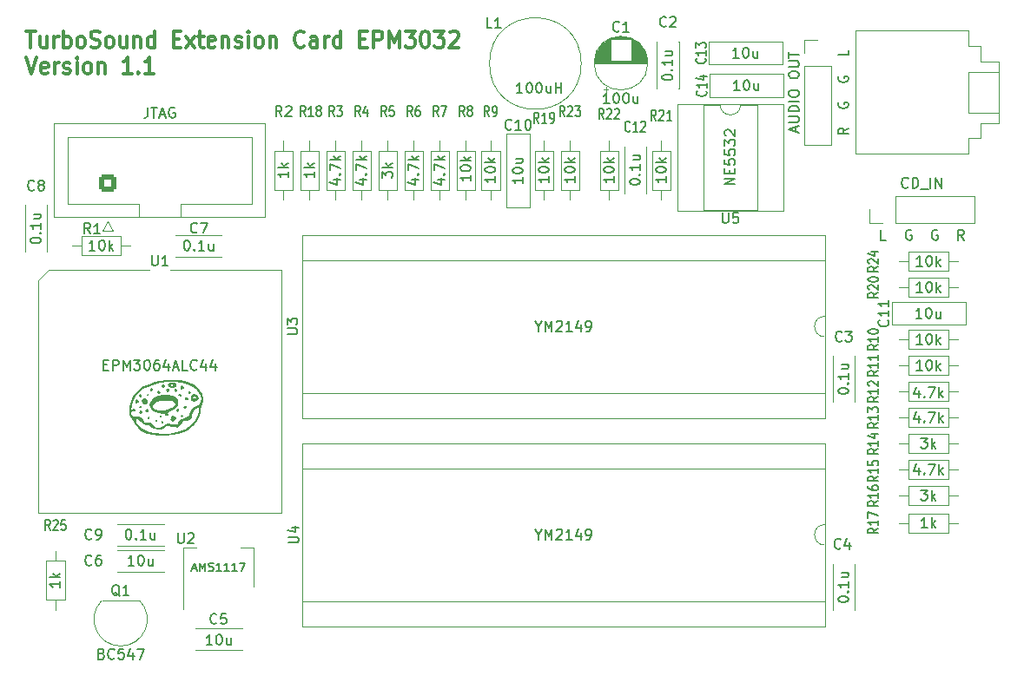
<source format=gto>
%TF.GenerationSoftware,KiCad,Pcbnew,(6.0.8)*%
%TF.CreationDate,2022-10-26T09:36:09+07:00*%
%TF.ProjectId,TS_Ext_EPM3032,54535f45-7874-45f4-9550-4d333033322e,1.1*%
%TF.SameCoordinates,Original*%
%TF.FileFunction,Legend,Top*%
%TF.FilePolarity,Positive*%
%FSLAX46Y46*%
G04 Gerber Fmt 4.6, Leading zero omitted, Abs format (unit mm)*
G04 Created by KiCad (PCBNEW (6.0.8)) date 2022-10-26 09:36:09*
%MOMM*%
%LPD*%
G01*
G04 APERTURE LIST*
G04 Aperture macros list*
%AMRoundRect*
0 Rectangle with rounded corners*
0 $1 Rounding radius*
0 $2 $3 $4 $5 $6 $7 $8 $9 X,Y pos of 4 corners*
0 Add a 4 corners polygon primitive as box body*
4,1,4,$2,$3,$4,$5,$6,$7,$8,$9,$2,$3,0*
0 Add four circle primitives for the rounded corners*
1,1,$1+$1,$2,$3*
1,1,$1+$1,$4,$5*
1,1,$1+$1,$6,$7*
1,1,$1+$1,$8,$9*
0 Add four rect primitives between the rounded corners*
20,1,$1+$1,$2,$3,$4,$5,0*
20,1,$1+$1,$4,$5,$6,$7,0*
20,1,$1+$1,$6,$7,$8,$9,0*
20,1,$1+$1,$8,$9,$2,$3,0*%
G04 Aperture macros list end*
%ADD10C,0.150000*%
%ADD11C,0.300000*%
%ADD12C,0.120000*%
%ADD13C,1.600000*%
%ADD14R,1.050000X1.500000*%
%ADD15O,1.050000X1.500000*%
%ADD16C,1.400000*%
%ADD17O,1.400000X1.400000*%
%ADD18R,1.600000X1.600000*%
%ADD19O,1.600000X1.600000*%
%ADD20R,1.600000X8.000000*%
%ADD21R,1.422400X1.422400*%
%ADD22C,1.422400*%
%ADD23O,2.200000X1.200000*%
%ADD24O,1.200000X2.200000*%
%ADD25RoundRect,0.250000X0.600000X-0.600000X0.600000X0.600000X-0.600000X0.600000X-0.600000X-0.600000X0*%
%ADD26C,1.700000*%
%ADD27C,2.600000*%
%ADD28R,1.700000X1.700000*%
%ADD29O,1.700000X1.700000*%
%ADD30R,1.500000X2.000000*%
%ADD31R,3.800000X2.000000*%
G04 APERTURE END LIST*
D10*
X109037380Y-36520476D02*
X108561190Y-36853809D01*
X109037380Y-37091904D02*
X108037380Y-37091904D01*
X108037380Y-36710952D01*
X108085000Y-36615714D01*
X108132619Y-36568095D01*
X108227857Y-36520476D01*
X108370714Y-36520476D01*
X108465952Y-36568095D01*
X108513571Y-36615714D01*
X108561190Y-36710952D01*
X108561190Y-37091904D01*
X108085000Y-34028095D02*
X108037380Y-34123333D01*
X108037380Y-34266190D01*
X108085000Y-34409047D01*
X108180238Y-34504285D01*
X108275476Y-34551904D01*
X108465952Y-34599523D01*
X108608809Y-34599523D01*
X108799285Y-34551904D01*
X108894523Y-34504285D01*
X108989761Y-34409047D01*
X109037380Y-34266190D01*
X109037380Y-34170952D01*
X108989761Y-34028095D01*
X108942142Y-33980476D01*
X108608809Y-33980476D01*
X108608809Y-34170952D01*
X120314523Y-47442380D02*
X119981190Y-46966190D01*
X119743095Y-47442380D02*
X119743095Y-46442380D01*
X120124047Y-46442380D01*
X120219285Y-46490000D01*
X120266904Y-46537619D01*
X120314523Y-46632857D01*
X120314523Y-46775714D01*
X120266904Y-46870952D01*
X120219285Y-46918571D01*
X120124047Y-46966190D01*
X119743095Y-46966190D01*
X117726904Y-46490000D02*
X117631666Y-46442380D01*
X117488809Y-46442380D01*
X117345952Y-46490000D01*
X117250714Y-46585238D01*
X117203095Y-46680476D01*
X117155476Y-46870952D01*
X117155476Y-47013809D01*
X117203095Y-47204285D01*
X117250714Y-47299523D01*
X117345952Y-47394761D01*
X117488809Y-47442380D01*
X117584047Y-47442380D01*
X117726904Y-47394761D01*
X117774523Y-47347142D01*
X117774523Y-47013809D01*
X117584047Y-47013809D01*
X112694523Y-47442380D02*
X112218333Y-47442380D01*
X112218333Y-46442380D01*
D11*
X28912857Y-27045809D02*
X29770000Y-27045809D01*
X29341428Y-28645809D02*
X29341428Y-27045809D01*
X30912857Y-27579142D02*
X30912857Y-28645809D01*
X30270000Y-27579142D02*
X30270000Y-28417238D01*
X30341428Y-28569619D01*
X30484285Y-28645809D01*
X30698571Y-28645809D01*
X30841428Y-28569619D01*
X30912857Y-28493428D01*
X31627142Y-28645809D02*
X31627142Y-27579142D01*
X31627142Y-27883904D02*
X31698571Y-27731523D01*
X31770000Y-27655333D01*
X31912857Y-27579142D01*
X32055714Y-27579142D01*
X32555714Y-28645809D02*
X32555714Y-27045809D01*
X32555714Y-27655333D02*
X32698571Y-27579142D01*
X32984285Y-27579142D01*
X33127142Y-27655333D01*
X33198571Y-27731523D01*
X33270000Y-27883904D01*
X33270000Y-28341047D01*
X33198571Y-28493428D01*
X33127142Y-28569619D01*
X32984285Y-28645809D01*
X32698571Y-28645809D01*
X32555714Y-28569619D01*
X34127142Y-28645809D02*
X33984285Y-28569619D01*
X33912857Y-28493428D01*
X33841428Y-28341047D01*
X33841428Y-27883904D01*
X33912857Y-27731523D01*
X33984285Y-27655333D01*
X34127142Y-27579142D01*
X34341428Y-27579142D01*
X34484285Y-27655333D01*
X34555714Y-27731523D01*
X34627142Y-27883904D01*
X34627142Y-28341047D01*
X34555714Y-28493428D01*
X34484285Y-28569619D01*
X34341428Y-28645809D01*
X34127142Y-28645809D01*
X35198571Y-28569619D02*
X35412857Y-28645809D01*
X35770000Y-28645809D01*
X35912857Y-28569619D01*
X35984285Y-28493428D01*
X36055714Y-28341047D01*
X36055714Y-28188666D01*
X35984285Y-28036285D01*
X35912857Y-27960095D01*
X35770000Y-27883904D01*
X35484285Y-27807714D01*
X35341428Y-27731523D01*
X35270000Y-27655333D01*
X35198571Y-27502952D01*
X35198571Y-27350571D01*
X35270000Y-27198190D01*
X35341428Y-27122000D01*
X35484285Y-27045809D01*
X35841428Y-27045809D01*
X36055714Y-27122000D01*
X36912857Y-28645809D02*
X36770000Y-28569619D01*
X36698571Y-28493428D01*
X36627142Y-28341047D01*
X36627142Y-27883904D01*
X36698571Y-27731523D01*
X36770000Y-27655333D01*
X36912857Y-27579142D01*
X37127142Y-27579142D01*
X37270000Y-27655333D01*
X37341428Y-27731523D01*
X37412857Y-27883904D01*
X37412857Y-28341047D01*
X37341428Y-28493428D01*
X37270000Y-28569619D01*
X37127142Y-28645809D01*
X36912857Y-28645809D01*
X38698571Y-27579142D02*
X38698571Y-28645809D01*
X38055714Y-27579142D02*
X38055714Y-28417238D01*
X38127142Y-28569619D01*
X38270000Y-28645809D01*
X38484285Y-28645809D01*
X38627142Y-28569619D01*
X38698571Y-28493428D01*
X39412857Y-27579142D02*
X39412857Y-28645809D01*
X39412857Y-27731523D02*
X39484285Y-27655333D01*
X39627142Y-27579142D01*
X39841428Y-27579142D01*
X39984285Y-27655333D01*
X40055714Y-27807714D01*
X40055714Y-28645809D01*
X41412857Y-28645809D02*
X41412857Y-27045809D01*
X41412857Y-28569619D02*
X41270000Y-28645809D01*
X40984285Y-28645809D01*
X40841428Y-28569619D01*
X40770000Y-28493428D01*
X40698571Y-28341047D01*
X40698571Y-27883904D01*
X40770000Y-27731523D01*
X40841428Y-27655333D01*
X40984285Y-27579142D01*
X41270000Y-27579142D01*
X41412857Y-27655333D01*
X43269999Y-27807714D02*
X43769999Y-27807714D01*
X43984285Y-28645809D02*
X43269999Y-28645809D01*
X43269999Y-27045809D01*
X43984285Y-27045809D01*
X44484285Y-28645809D02*
X45269999Y-27579142D01*
X44484285Y-27579142D02*
X45269999Y-28645809D01*
X45627142Y-27579142D02*
X46198571Y-27579142D01*
X45841428Y-27045809D02*
X45841428Y-28417238D01*
X45912857Y-28569619D01*
X46055714Y-28645809D01*
X46198571Y-28645809D01*
X47270000Y-28569619D02*
X47127142Y-28645809D01*
X46841428Y-28645809D01*
X46698571Y-28569619D01*
X46627142Y-28417238D01*
X46627142Y-27807714D01*
X46698571Y-27655333D01*
X46841428Y-27579142D01*
X47127142Y-27579142D01*
X47270000Y-27655333D01*
X47341428Y-27807714D01*
X47341428Y-27960095D01*
X46627142Y-28112476D01*
X47984285Y-27579142D02*
X47984285Y-28645809D01*
X47984285Y-27731523D02*
X48055714Y-27655333D01*
X48198571Y-27579142D01*
X48412857Y-27579142D01*
X48555714Y-27655333D01*
X48627142Y-27807714D01*
X48627142Y-28645809D01*
X49270000Y-28569619D02*
X49412857Y-28645809D01*
X49698571Y-28645809D01*
X49841428Y-28569619D01*
X49912857Y-28417238D01*
X49912857Y-28341047D01*
X49841428Y-28188666D01*
X49698571Y-28112476D01*
X49484285Y-28112476D01*
X49341428Y-28036285D01*
X49270000Y-27883904D01*
X49270000Y-27807714D01*
X49341428Y-27655333D01*
X49484285Y-27579142D01*
X49698571Y-27579142D01*
X49841428Y-27655333D01*
X50555714Y-28645809D02*
X50555714Y-27579142D01*
X50555714Y-27045809D02*
X50484285Y-27122000D01*
X50555714Y-27198190D01*
X50627142Y-27122000D01*
X50555714Y-27045809D01*
X50555714Y-27198190D01*
X51484285Y-28645809D02*
X51341428Y-28569619D01*
X51270000Y-28493428D01*
X51198571Y-28341047D01*
X51198571Y-27883904D01*
X51270000Y-27731523D01*
X51341428Y-27655333D01*
X51484285Y-27579142D01*
X51698571Y-27579142D01*
X51841428Y-27655333D01*
X51912857Y-27731523D01*
X51984285Y-27883904D01*
X51984285Y-28341047D01*
X51912857Y-28493428D01*
X51841428Y-28569619D01*
X51698571Y-28645809D01*
X51484285Y-28645809D01*
X52627142Y-27579142D02*
X52627142Y-28645809D01*
X52627142Y-27731523D02*
X52698571Y-27655333D01*
X52841428Y-27579142D01*
X53055714Y-27579142D01*
X53198571Y-27655333D01*
X53270000Y-27807714D01*
X53270000Y-28645809D01*
X55984285Y-28493428D02*
X55912857Y-28569619D01*
X55698571Y-28645809D01*
X55555714Y-28645809D01*
X55341428Y-28569619D01*
X55198571Y-28417238D01*
X55127142Y-28264857D01*
X55055714Y-27960095D01*
X55055714Y-27731523D01*
X55127142Y-27426761D01*
X55198571Y-27274380D01*
X55341428Y-27122000D01*
X55555714Y-27045809D01*
X55698571Y-27045809D01*
X55912857Y-27122000D01*
X55984285Y-27198190D01*
X57270000Y-28645809D02*
X57270000Y-27807714D01*
X57198571Y-27655333D01*
X57055714Y-27579142D01*
X56770000Y-27579142D01*
X56627142Y-27655333D01*
X57270000Y-28569619D02*
X57127142Y-28645809D01*
X56770000Y-28645809D01*
X56627142Y-28569619D01*
X56555714Y-28417238D01*
X56555714Y-28264857D01*
X56627142Y-28112476D01*
X56770000Y-28036285D01*
X57127142Y-28036285D01*
X57270000Y-27960095D01*
X57984285Y-28645809D02*
X57984285Y-27579142D01*
X57984285Y-27883904D02*
X58055714Y-27731523D01*
X58127142Y-27655333D01*
X58270000Y-27579142D01*
X58412857Y-27579142D01*
X59555714Y-28645809D02*
X59555714Y-27045809D01*
X59555714Y-28569619D02*
X59412857Y-28645809D01*
X59127142Y-28645809D01*
X58984285Y-28569619D01*
X58912857Y-28493428D01*
X58841428Y-28341047D01*
X58841428Y-27883904D01*
X58912857Y-27731523D01*
X58984285Y-27655333D01*
X59127142Y-27579142D01*
X59412857Y-27579142D01*
X59555714Y-27655333D01*
X61412857Y-27807714D02*
X61912857Y-27807714D01*
X62127142Y-28645809D02*
X61412857Y-28645809D01*
X61412857Y-27045809D01*
X62127142Y-27045809D01*
X62770000Y-28645809D02*
X62770000Y-27045809D01*
X63341428Y-27045809D01*
X63484285Y-27122000D01*
X63555714Y-27198190D01*
X63627142Y-27350571D01*
X63627142Y-27579142D01*
X63555714Y-27731523D01*
X63484285Y-27807714D01*
X63341428Y-27883904D01*
X62770000Y-27883904D01*
X64270000Y-28645809D02*
X64270000Y-27045809D01*
X64770000Y-28188666D01*
X65270000Y-27045809D01*
X65270000Y-28645809D01*
X65841428Y-27045809D02*
X66770000Y-27045809D01*
X66270000Y-27655333D01*
X66484285Y-27655333D01*
X66627142Y-27731523D01*
X66698571Y-27807714D01*
X66770000Y-27960095D01*
X66770000Y-28341047D01*
X66698571Y-28493428D01*
X66627142Y-28569619D01*
X66484285Y-28645809D01*
X66055714Y-28645809D01*
X65912857Y-28569619D01*
X65841428Y-28493428D01*
X67698571Y-27045809D02*
X67841428Y-27045809D01*
X67984285Y-27122000D01*
X68055714Y-27198190D01*
X68127142Y-27350571D01*
X68198571Y-27655333D01*
X68198571Y-28036285D01*
X68127142Y-28341047D01*
X68055714Y-28493428D01*
X67984285Y-28569619D01*
X67841428Y-28645809D01*
X67698571Y-28645809D01*
X67555714Y-28569619D01*
X67484285Y-28493428D01*
X67412857Y-28341047D01*
X67341428Y-28036285D01*
X67341428Y-27655333D01*
X67412857Y-27350571D01*
X67484285Y-27198190D01*
X67555714Y-27122000D01*
X67698571Y-27045809D01*
X68698571Y-27045809D02*
X69627142Y-27045809D01*
X69127142Y-27655333D01*
X69341428Y-27655333D01*
X69484285Y-27731523D01*
X69555714Y-27807714D01*
X69627142Y-27960095D01*
X69627142Y-28341047D01*
X69555714Y-28493428D01*
X69484285Y-28569619D01*
X69341428Y-28645809D01*
X68912857Y-28645809D01*
X68770000Y-28569619D01*
X68698571Y-28493428D01*
X70198571Y-27198190D02*
X70270000Y-27122000D01*
X70412857Y-27045809D01*
X70770000Y-27045809D01*
X70912857Y-27122000D01*
X70984285Y-27198190D01*
X71055714Y-27350571D01*
X71055714Y-27502952D01*
X70984285Y-27731523D01*
X70127142Y-28645809D01*
X71055714Y-28645809D01*
X28912857Y-29621809D02*
X29412857Y-31221809D01*
X29912857Y-29621809D01*
X30984285Y-31145619D02*
X30841428Y-31221809D01*
X30555714Y-31221809D01*
X30412857Y-31145619D01*
X30341428Y-30993238D01*
X30341428Y-30383714D01*
X30412857Y-30231333D01*
X30555714Y-30155142D01*
X30841428Y-30155142D01*
X30984285Y-30231333D01*
X31055714Y-30383714D01*
X31055714Y-30536095D01*
X30341428Y-30688476D01*
X31698571Y-31221809D02*
X31698571Y-30155142D01*
X31698571Y-30459904D02*
X31770000Y-30307523D01*
X31841428Y-30231333D01*
X31984285Y-30155142D01*
X32127142Y-30155142D01*
X32555714Y-31145619D02*
X32698571Y-31221809D01*
X32984285Y-31221809D01*
X33127142Y-31145619D01*
X33198571Y-30993238D01*
X33198571Y-30917047D01*
X33127142Y-30764666D01*
X32984285Y-30688476D01*
X32770000Y-30688476D01*
X32627142Y-30612285D01*
X32555714Y-30459904D01*
X32555714Y-30383714D01*
X32627142Y-30231333D01*
X32770000Y-30155142D01*
X32984285Y-30155142D01*
X33127142Y-30231333D01*
X33841428Y-31221809D02*
X33841428Y-30155142D01*
X33841428Y-29621809D02*
X33770000Y-29698000D01*
X33841428Y-29774190D01*
X33912857Y-29698000D01*
X33841428Y-29621809D01*
X33841428Y-29774190D01*
X34770000Y-31221809D02*
X34627142Y-31145619D01*
X34555714Y-31069428D01*
X34484285Y-30917047D01*
X34484285Y-30459904D01*
X34555714Y-30307523D01*
X34627142Y-30231333D01*
X34770000Y-30155142D01*
X34984285Y-30155142D01*
X35127142Y-30231333D01*
X35198571Y-30307523D01*
X35270000Y-30459904D01*
X35270000Y-30917047D01*
X35198571Y-31069428D01*
X35127142Y-31145619D01*
X34984285Y-31221809D01*
X34770000Y-31221809D01*
X35912857Y-30155142D02*
X35912857Y-31221809D01*
X35912857Y-30307523D02*
X35984285Y-30231333D01*
X36127142Y-30155142D01*
X36341428Y-30155142D01*
X36484285Y-30231333D01*
X36555714Y-30383714D01*
X36555714Y-31221809D01*
X39198571Y-31221809D02*
X38341428Y-31221809D01*
X38770000Y-31221809D02*
X38770000Y-29621809D01*
X38627142Y-29850380D01*
X38484285Y-30002761D01*
X38341428Y-30078952D01*
X39841428Y-31069428D02*
X39912857Y-31145619D01*
X39841428Y-31221809D01*
X39770000Y-31145619D01*
X39841428Y-31069428D01*
X39841428Y-31221809D01*
X41341428Y-31221809D02*
X40484285Y-31221809D01*
X40912857Y-31221809D02*
X40912857Y-29621809D01*
X40770000Y-29850380D01*
X40627142Y-30002761D01*
X40484285Y-30078952D01*
D10*
X115186904Y-46490000D02*
X115091666Y-46442380D01*
X114948809Y-46442380D01*
X114805952Y-46490000D01*
X114710714Y-46585238D01*
X114663095Y-46680476D01*
X114615476Y-46870952D01*
X114615476Y-47013809D01*
X114663095Y-47204285D01*
X114710714Y-47299523D01*
X114805952Y-47394761D01*
X114948809Y-47442380D01*
X115044047Y-47442380D01*
X115186904Y-47394761D01*
X115234523Y-47347142D01*
X115234523Y-47013809D01*
X115044047Y-47013809D01*
X109037380Y-28900476D02*
X109037380Y-29376666D01*
X108037380Y-29376666D01*
X108085000Y-31488095D02*
X108037380Y-31583333D01*
X108037380Y-31726190D01*
X108085000Y-31869047D01*
X108180238Y-31964285D01*
X108275476Y-32011904D01*
X108465952Y-32059523D01*
X108608809Y-32059523D01*
X108799285Y-32011904D01*
X108894523Y-31964285D01*
X108989761Y-31869047D01*
X109037380Y-31726190D01*
X109037380Y-31630952D01*
X108989761Y-31488095D01*
X108942142Y-31440476D01*
X108608809Y-31440476D01*
X108608809Y-31630952D01*
%TO.C,C4*%
X108291333Y-77486142D02*
X108243714Y-77533761D01*
X108100857Y-77581380D01*
X108005619Y-77581380D01*
X107862761Y-77533761D01*
X107767523Y-77438523D01*
X107719904Y-77343285D01*
X107672285Y-77152809D01*
X107672285Y-77009952D01*
X107719904Y-76819476D01*
X107767523Y-76724238D01*
X107862761Y-76629000D01*
X108005619Y-76581380D01*
X108100857Y-76581380D01*
X108243714Y-76629000D01*
X108291333Y-76676619D01*
X109148476Y-76914714D02*
X109148476Y-77581380D01*
X108910380Y-76533761D02*
X108672285Y-77248047D01*
X109291333Y-77248047D01*
X108037380Y-82534285D02*
X108037380Y-82439047D01*
X108085000Y-82343809D01*
X108132619Y-82296190D01*
X108227857Y-82248571D01*
X108418333Y-82200952D01*
X108656428Y-82200952D01*
X108846904Y-82248571D01*
X108942142Y-82296190D01*
X108989761Y-82343809D01*
X109037380Y-82439047D01*
X109037380Y-82534285D01*
X108989761Y-82629523D01*
X108942142Y-82677142D01*
X108846904Y-82724761D01*
X108656428Y-82772380D01*
X108418333Y-82772380D01*
X108227857Y-82724761D01*
X108132619Y-82677142D01*
X108085000Y-82629523D01*
X108037380Y-82534285D01*
X108942142Y-81772380D02*
X108989761Y-81724761D01*
X109037380Y-81772380D01*
X108989761Y-81820000D01*
X108942142Y-81772380D01*
X109037380Y-81772380D01*
X109037380Y-80772380D02*
X109037380Y-81343809D01*
X109037380Y-81058095D02*
X108037380Y-81058095D01*
X108180238Y-81153333D01*
X108275476Y-81248571D01*
X108323095Y-81343809D01*
X108370714Y-79915238D02*
X109037380Y-79915238D01*
X108370714Y-80343809D02*
X108894523Y-80343809D01*
X108989761Y-80296190D01*
X109037380Y-80200952D01*
X109037380Y-80058095D01*
X108989761Y-79962857D01*
X108942142Y-79915238D01*
%TO.C,Q1*%
X38004761Y-82187619D02*
X37909523Y-82140000D01*
X37814285Y-82044761D01*
X37671428Y-81901904D01*
X37576190Y-81854285D01*
X37480952Y-81854285D01*
X37528571Y-82092380D02*
X37433333Y-82044761D01*
X37338095Y-81949523D01*
X37290476Y-81759047D01*
X37290476Y-81425714D01*
X37338095Y-81235238D01*
X37433333Y-81140000D01*
X37528571Y-81092380D01*
X37719047Y-81092380D01*
X37814285Y-81140000D01*
X37909523Y-81235238D01*
X37957142Y-81425714D01*
X37957142Y-81759047D01*
X37909523Y-81949523D01*
X37814285Y-82044761D01*
X37719047Y-82092380D01*
X37528571Y-82092380D01*
X38909523Y-82092380D02*
X38338095Y-82092380D01*
X38623809Y-82092380D02*
X38623809Y-81092380D01*
X38528571Y-81235238D01*
X38433333Y-81330476D01*
X38338095Y-81378095D01*
X36242857Y-87812571D02*
X36385714Y-87860190D01*
X36433333Y-87907809D01*
X36480952Y-88003047D01*
X36480952Y-88145904D01*
X36433333Y-88241142D01*
X36385714Y-88288761D01*
X36290476Y-88336380D01*
X35909523Y-88336380D01*
X35909523Y-87336380D01*
X36242857Y-87336380D01*
X36338095Y-87384000D01*
X36385714Y-87431619D01*
X36433333Y-87526857D01*
X36433333Y-87622095D01*
X36385714Y-87717333D01*
X36338095Y-87764952D01*
X36242857Y-87812571D01*
X35909523Y-87812571D01*
X37480952Y-88241142D02*
X37433333Y-88288761D01*
X37290476Y-88336380D01*
X37195238Y-88336380D01*
X37052380Y-88288761D01*
X36957142Y-88193523D01*
X36909523Y-88098285D01*
X36861904Y-87907809D01*
X36861904Y-87764952D01*
X36909523Y-87574476D01*
X36957142Y-87479238D01*
X37052380Y-87384000D01*
X37195238Y-87336380D01*
X37290476Y-87336380D01*
X37433333Y-87384000D01*
X37480952Y-87431619D01*
X38385714Y-87336380D02*
X37909523Y-87336380D01*
X37861904Y-87812571D01*
X37909523Y-87764952D01*
X38004761Y-87717333D01*
X38242857Y-87717333D01*
X38338095Y-87764952D01*
X38385714Y-87812571D01*
X38433333Y-87907809D01*
X38433333Y-88145904D01*
X38385714Y-88241142D01*
X38338095Y-88288761D01*
X38242857Y-88336380D01*
X38004761Y-88336380D01*
X37909523Y-88288761D01*
X37861904Y-88241142D01*
X39290476Y-87669714D02*
X39290476Y-88336380D01*
X39052380Y-87288761D02*
X38814285Y-88003047D01*
X39433333Y-88003047D01*
X39719047Y-87336380D02*
X40385714Y-87336380D01*
X39957142Y-88336380D01*
%TO.C,R21*%
X90290714Y-35758380D02*
X90024047Y-35282190D01*
X89833571Y-35758380D02*
X89833571Y-34758380D01*
X90138333Y-34758380D01*
X90214523Y-34806000D01*
X90252619Y-34853619D01*
X90290714Y-34948857D01*
X90290714Y-35091714D01*
X90252619Y-35186952D01*
X90214523Y-35234571D01*
X90138333Y-35282190D01*
X89833571Y-35282190D01*
X90595476Y-34853619D02*
X90633571Y-34806000D01*
X90709761Y-34758380D01*
X90900238Y-34758380D01*
X90976428Y-34806000D01*
X91014523Y-34853619D01*
X91052619Y-34948857D01*
X91052619Y-35044095D01*
X91014523Y-35186952D01*
X90557380Y-35758380D01*
X91052619Y-35758380D01*
X91814523Y-35758380D02*
X91357380Y-35758380D01*
X91585952Y-35758380D02*
X91585952Y-34758380D01*
X91509761Y-34901238D01*
X91433571Y-34996476D01*
X91357380Y-35044095D01*
X91257380Y-41235238D02*
X91257380Y-41806666D01*
X91257380Y-41520952D02*
X90257380Y-41520952D01*
X90400238Y-41616190D01*
X90495476Y-41711428D01*
X90543095Y-41806666D01*
X90257380Y-40616190D02*
X90257380Y-40520952D01*
X90305000Y-40425714D01*
X90352619Y-40378095D01*
X90447857Y-40330476D01*
X90638333Y-40282857D01*
X90876428Y-40282857D01*
X91066904Y-40330476D01*
X91162142Y-40378095D01*
X91209761Y-40425714D01*
X91257380Y-40520952D01*
X91257380Y-40616190D01*
X91209761Y-40711428D01*
X91162142Y-40759047D01*
X91066904Y-40806666D01*
X90876428Y-40854285D01*
X90638333Y-40854285D01*
X90447857Y-40806666D01*
X90352619Y-40759047D01*
X90305000Y-40711428D01*
X90257380Y-40616190D01*
X91257380Y-39854285D02*
X90257380Y-39854285D01*
X90876428Y-39759047D02*
X91257380Y-39473333D01*
X90590714Y-39473333D02*
X90971666Y-39854285D01*
%TO.C,U4*%
X54448380Y-76966904D02*
X55257904Y-76966904D01*
X55353142Y-76919285D01*
X55400761Y-76871666D01*
X55448380Y-76776428D01*
X55448380Y-76585952D01*
X55400761Y-76490714D01*
X55353142Y-76443095D01*
X55257904Y-76395476D01*
X54448380Y-76395476D01*
X54781714Y-75490714D02*
X55448380Y-75490714D01*
X54400761Y-75728809D02*
X55115047Y-75966904D01*
X55115047Y-75347857D01*
X78808809Y-76181190D02*
X78808809Y-76657380D01*
X78475476Y-75657380D02*
X78808809Y-76181190D01*
X79142142Y-75657380D01*
X79475476Y-76657380D02*
X79475476Y-75657380D01*
X79808809Y-76371666D01*
X80142142Y-75657380D01*
X80142142Y-76657380D01*
X80570714Y-75752619D02*
X80618333Y-75705000D01*
X80713571Y-75657380D01*
X80951666Y-75657380D01*
X81046904Y-75705000D01*
X81094523Y-75752619D01*
X81142142Y-75847857D01*
X81142142Y-75943095D01*
X81094523Y-76085952D01*
X80523095Y-76657380D01*
X81142142Y-76657380D01*
X82094523Y-76657380D02*
X81523095Y-76657380D01*
X81808809Y-76657380D02*
X81808809Y-75657380D01*
X81713571Y-75800238D01*
X81618333Y-75895476D01*
X81523095Y-75943095D01*
X82951666Y-75990714D02*
X82951666Y-76657380D01*
X82713571Y-75609761D02*
X82475476Y-76324047D01*
X83094523Y-76324047D01*
X83523095Y-76657380D02*
X83713571Y-76657380D01*
X83808809Y-76609761D01*
X83856428Y-76562142D01*
X83951666Y-76419285D01*
X83999285Y-76228809D01*
X83999285Y-75847857D01*
X83951666Y-75752619D01*
X83904047Y-75705000D01*
X83808809Y-75657380D01*
X83618333Y-75657380D01*
X83523095Y-75705000D01*
X83475476Y-75752619D01*
X83427857Y-75847857D01*
X83427857Y-76085952D01*
X83475476Y-76181190D01*
X83523095Y-76228809D01*
X83618333Y-76276428D01*
X83808809Y-76276428D01*
X83904047Y-76228809D01*
X83951666Y-76181190D01*
X83999285Y-76085952D01*
%TO.C,R2*%
X53808333Y-35377380D02*
X53475000Y-34901190D01*
X53236904Y-35377380D02*
X53236904Y-34377380D01*
X53617857Y-34377380D01*
X53713095Y-34425000D01*
X53760714Y-34472619D01*
X53808333Y-34567857D01*
X53808333Y-34710714D01*
X53760714Y-34805952D01*
X53713095Y-34853571D01*
X53617857Y-34901190D01*
X53236904Y-34901190D01*
X54189285Y-34472619D02*
X54236904Y-34425000D01*
X54332142Y-34377380D01*
X54570238Y-34377380D01*
X54665476Y-34425000D01*
X54713095Y-34472619D01*
X54760714Y-34567857D01*
X54760714Y-34663095D01*
X54713095Y-34805952D01*
X54141666Y-35377380D01*
X54760714Y-35377380D01*
X54427380Y-40759047D02*
X54427380Y-41330476D01*
X54427380Y-41044761D02*
X53427380Y-41044761D01*
X53570238Y-41140000D01*
X53665476Y-41235238D01*
X53713095Y-41330476D01*
X54427380Y-40330476D02*
X53427380Y-40330476D01*
X54046428Y-40235238D02*
X54427380Y-39949523D01*
X53760714Y-39949523D02*
X54141666Y-40330476D01*
%TO.C,R16*%
X111958380Y-72904285D02*
X111482190Y-73170952D01*
X111958380Y-73361428D02*
X110958380Y-73361428D01*
X110958380Y-73056666D01*
X111006000Y-72980476D01*
X111053619Y-72942380D01*
X111148857Y-72904285D01*
X111291714Y-72904285D01*
X111386952Y-72942380D01*
X111434571Y-72980476D01*
X111482190Y-73056666D01*
X111482190Y-73361428D01*
X111958380Y-72142380D02*
X111958380Y-72599523D01*
X111958380Y-72370952D02*
X110958380Y-72370952D01*
X111101238Y-72447142D01*
X111196476Y-72523333D01*
X111244095Y-72599523D01*
X110958380Y-71456666D02*
X110958380Y-71609047D01*
X111006000Y-71685238D01*
X111053619Y-71723333D01*
X111196476Y-71799523D01*
X111386952Y-71837619D01*
X111767904Y-71837619D01*
X111863142Y-71799523D01*
X111910761Y-71761428D01*
X111958380Y-71685238D01*
X111958380Y-71532857D01*
X111910761Y-71456666D01*
X111863142Y-71418571D01*
X111767904Y-71380476D01*
X111529809Y-71380476D01*
X111434571Y-71418571D01*
X111386952Y-71456666D01*
X111339333Y-71532857D01*
X111339333Y-71685238D01*
X111386952Y-71761428D01*
X111434571Y-71799523D01*
X111529809Y-71837619D01*
X116101904Y-71842380D02*
X116720952Y-71842380D01*
X116387619Y-72223333D01*
X116530476Y-72223333D01*
X116625714Y-72270952D01*
X116673333Y-72318571D01*
X116720952Y-72413809D01*
X116720952Y-72651904D01*
X116673333Y-72747142D01*
X116625714Y-72794761D01*
X116530476Y-72842380D01*
X116244761Y-72842380D01*
X116149523Y-72794761D01*
X116101904Y-72747142D01*
X117149523Y-72842380D02*
X117149523Y-71842380D01*
X117244761Y-72461428D02*
X117530476Y-72842380D01*
X117530476Y-72175714D02*
X117149523Y-72556666D01*
%TO.C,U1*%
X41148095Y-48932380D02*
X41148095Y-49741904D01*
X41195714Y-49837142D01*
X41243333Y-49884761D01*
X41338571Y-49932380D01*
X41529047Y-49932380D01*
X41624285Y-49884761D01*
X41671904Y-49837142D01*
X41719523Y-49741904D01*
X41719523Y-48932380D01*
X42719523Y-49932380D02*
X42148095Y-49932380D01*
X42433809Y-49932380D02*
X42433809Y-48932380D01*
X42338571Y-49075238D01*
X42243333Y-49170476D01*
X42148095Y-49218095D01*
X36433809Y-59618571D02*
X36767142Y-59618571D01*
X36910000Y-60142380D02*
X36433809Y-60142380D01*
X36433809Y-59142380D01*
X36910000Y-59142380D01*
X37338571Y-60142380D02*
X37338571Y-59142380D01*
X37719523Y-59142380D01*
X37814761Y-59190000D01*
X37862380Y-59237619D01*
X37910000Y-59332857D01*
X37910000Y-59475714D01*
X37862380Y-59570952D01*
X37814761Y-59618571D01*
X37719523Y-59666190D01*
X37338571Y-59666190D01*
X38338571Y-60142380D02*
X38338571Y-59142380D01*
X38671904Y-59856666D01*
X39005238Y-59142380D01*
X39005238Y-60142380D01*
X39386190Y-59142380D02*
X40005238Y-59142380D01*
X39671904Y-59523333D01*
X39814761Y-59523333D01*
X39910000Y-59570952D01*
X39957619Y-59618571D01*
X40005238Y-59713809D01*
X40005238Y-59951904D01*
X39957619Y-60047142D01*
X39910000Y-60094761D01*
X39814761Y-60142380D01*
X39529047Y-60142380D01*
X39433809Y-60094761D01*
X39386190Y-60047142D01*
X40624285Y-59142380D02*
X40719523Y-59142380D01*
X40814761Y-59190000D01*
X40862380Y-59237619D01*
X40910000Y-59332857D01*
X40957619Y-59523333D01*
X40957619Y-59761428D01*
X40910000Y-59951904D01*
X40862380Y-60047142D01*
X40814761Y-60094761D01*
X40719523Y-60142380D01*
X40624285Y-60142380D01*
X40529047Y-60094761D01*
X40481428Y-60047142D01*
X40433809Y-59951904D01*
X40386190Y-59761428D01*
X40386190Y-59523333D01*
X40433809Y-59332857D01*
X40481428Y-59237619D01*
X40529047Y-59190000D01*
X40624285Y-59142380D01*
X41814761Y-59142380D02*
X41624285Y-59142380D01*
X41529047Y-59190000D01*
X41481428Y-59237619D01*
X41386190Y-59380476D01*
X41338571Y-59570952D01*
X41338571Y-59951904D01*
X41386190Y-60047142D01*
X41433809Y-60094761D01*
X41529047Y-60142380D01*
X41719523Y-60142380D01*
X41814761Y-60094761D01*
X41862380Y-60047142D01*
X41910000Y-59951904D01*
X41910000Y-59713809D01*
X41862380Y-59618571D01*
X41814761Y-59570952D01*
X41719523Y-59523333D01*
X41529047Y-59523333D01*
X41433809Y-59570952D01*
X41386190Y-59618571D01*
X41338571Y-59713809D01*
X42767142Y-59475714D02*
X42767142Y-60142380D01*
X42529047Y-59094761D02*
X42290952Y-59809047D01*
X42910000Y-59809047D01*
X43243333Y-59856666D02*
X43719523Y-59856666D01*
X43148095Y-60142380D02*
X43481428Y-59142380D01*
X43814761Y-60142380D01*
X44624285Y-60142380D02*
X44148095Y-60142380D01*
X44148095Y-59142380D01*
X45529047Y-60047142D02*
X45481428Y-60094761D01*
X45338571Y-60142380D01*
X45243333Y-60142380D01*
X45100476Y-60094761D01*
X45005238Y-59999523D01*
X44957619Y-59904285D01*
X44910000Y-59713809D01*
X44910000Y-59570952D01*
X44957619Y-59380476D01*
X45005238Y-59285238D01*
X45100476Y-59190000D01*
X45243333Y-59142380D01*
X45338571Y-59142380D01*
X45481428Y-59190000D01*
X45529047Y-59237619D01*
X46386190Y-59475714D02*
X46386190Y-60142380D01*
X46148095Y-59094761D02*
X45910000Y-59809047D01*
X46529047Y-59809047D01*
X47338571Y-59475714D02*
X47338571Y-60142380D01*
X47100476Y-59094761D02*
X46862380Y-59809047D01*
X47481428Y-59809047D01*
%TO.C,R22*%
X85210714Y-35631380D02*
X84944047Y-35155190D01*
X84753571Y-35631380D02*
X84753571Y-34631380D01*
X85058333Y-34631380D01*
X85134523Y-34679000D01*
X85172619Y-34726619D01*
X85210714Y-34821857D01*
X85210714Y-34964714D01*
X85172619Y-35059952D01*
X85134523Y-35107571D01*
X85058333Y-35155190D01*
X84753571Y-35155190D01*
X85515476Y-34726619D02*
X85553571Y-34679000D01*
X85629761Y-34631380D01*
X85820238Y-34631380D01*
X85896428Y-34679000D01*
X85934523Y-34726619D01*
X85972619Y-34821857D01*
X85972619Y-34917095D01*
X85934523Y-35059952D01*
X85477380Y-35631380D01*
X85972619Y-35631380D01*
X86277380Y-34726619D02*
X86315476Y-34679000D01*
X86391666Y-34631380D01*
X86582142Y-34631380D01*
X86658333Y-34679000D01*
X86696428Y-34726619D01*
X86734523Y-34821857D01*
X86734523Y-34917095D01*
X86696428Y-35059952D01*
X86239285Y-35631380D01*
X86734523Y-35631380D01*
X86177380Y-41235238D02*
X86177380Y-41806666D01*
X86177380Y-41520952D02*
X85177380Y-41520952D01*
X85320238Y-41616190D01*
X85415476Y-41711428D01*
X85463095Y-41806666D01*
X85177380Y-40616190D02*
X85177380Y-40520952D01*
X85225000Y-40425714D01*
X85272619Y-40378095D01*
X85367857Y-40330476D01*
X85558333Y-40282857D01*
X85796428Y-40282857D01*
X85986904Y-40330476D01*
X86082142Y-40378095D01*
X86129761Y-40425714D01*
X86177380Y-40520952D01*
X86177380Y-40616190D01*
X86129761Y-40711428D01*
X86082142Y-40759047D01*
X85986904Y-40806666D01*
X85796428Y-40854285D01*
X85558333Y-40854285D01*
X85367857Y-40806666D01*
X85272619Y-40759047D01*
X85225000Y-40711428D01*
X85177380Y-40616190D01*
X86177380Y-39854285D02*
X85177380Y-39854285D01*
X85796428Y-39759047D02*
X86177380Y-39473333D01*
X85510714Y-39473333D02*
X85891666Y-39854285D01*
%TO.C,C8*%
X29678333Y-42521142D02*
X29630714Y-42568761D01*
X29487857Y-42616380D01*
X29392619Y-42616380D01*
X29249761Y-42568761D01*
X29154523Y-42473523D01*
X29106904Y-42378285D01*
X29059285Y-42187809D01*
X29059285Y-42044952D01*
X29106904Y-41854476D01*
X29154523Y-41759238D01*
X29249761Y-41664000D01*
X29392619Y-41616380D01*
X29487857Y-41616380D01*
X29630714Y-41664000D01*
X29678333Y-41711619D01*
X30249761Y-42044952D02*
X30154523Y-41997333D01*
X30106904Y-41949714D01*
X30059285Y-41854476D01*
X30059285Y-41806857D01*
X30106904Y-41711619D01*
X30154523Y-41664000D01*
X30249761Y-41616380D01*
X30440238Y-41616380D01*
X30535476Y-41664000D01*
X30583095Y-41711619D01*
X30630714Y-41806857D01*
X30630714Y-41854476D01*
X30583095Y-41949714D01*
X30535476Y-41997333D01*
X30440238Y-42044952D01*
X30249761Y-42044952D01*
X30154523Y-42092571D01*
X30106904Y-42140190D01*
X30059285Y-42235428D01*
X30059285Y-42425904D01*
X30106904Y-42521142D01*
X30154523Y-42568761D01*
X30249761Y-42616380D01*
X30440238Y-42616380D01*
X30535476Y-42568761D01*
X30583095Y-42521142D01*
X30630714Y-42425904D01*
X30630714Y-42235428D01*
X30583095Y-42140190D01*
X30535476Y-42092571D01*
X30440238Y-42044952D01*
X29297380Y-47529285D02*
X29297380Y-47434047D01*
X29345000Y-47338809D01*
X29392619Y-47291190D01*
X29487857Y-47243571D01*
X29678333Y-47195952D01*
X29916428Y-47195952D01*
X30106904Y-47243571D01*
X30202142Y-47291190D01*
X30249761Y-47338809D01*
X30297380Y-47434047D01*
X30297380Y-47529285D01*
X30249761Y-47624523D01*
X30202142Y-47672142D01*
X30106904Y-47719761D01*
X29916428Y-47767380D01*
X29678333Y-47767380D01*
X29487857Y-47719761D01*
X29392619Y-47672142D01*
X29345000Y-47624523D01*
X29297380Y-47529285D01*
X30202142Y-46767380D02*
X30249761Y-46719761D01*
X30297380Y-46767380D01*
X30249761Y-46815000D01*
X30202142Y-46767380D01*
X30297380Y-46767380D01*
X30297380Y-45767380D02*
X30297380Y-46338809D01*
X30297380Y-46053095D02*
X29297380Y-46053095D01*
X29440238Y-46148333D01*
X29535476Y-46243571D01*
X29583095Y-46338809D01*
X29630714Y-44910238D02*
X30297380Y-44910238D01*
X29630714Y-45338809D02*
X30154523Y-45338809D01*
X30249761Y-45291190D01*
X30297380Y-45195952D01*
X30297380Y-45053095D01*
X30249761Y-44957857D01*
X30202142Y-44910238D01*
%TO.C,R25*%
X31235714Y-75763380D02*
X30969047Y-75287190D01*
X30778571Y-75763380D02*
X30778571Y-74763380D01*
X31083333Y-74763380D01*
X31159523Y-74811000D01*
X31197619Y-74858619D01*
X31235714Y-74953857D01*
X31235714Y-75096714D01*
X31197619Y-75191952D01*
X31159523Y-75239571D01*
X31083333Y-75287190D01*
X30778571Y-75287190D01*
X31540476Y-74858619D02*
X31578571Y-74811000D01*
X31654761Y-74763380D01*
X31845238Y-74763380D01*
X31921428Y-74811000D01*
X31959523Y-74858619D01*
X31997619Y-74953857D01*
X31997619Y-75049095D01*
X31959523Y-75191952D01*
X31502380Y-75763380D01*
X31997619Y-75763380D01*
X32721428Y-74763380D02*
X32340476Y-74763380D01*
X32302380Y-75239571D01*
X32340476Y-75191952D01*
X32416666Y-75144333D01*
X32607142Y-75144333D01*
X32683333Y-75191952D01*
X32721428Y-75239571D01*
X32759523Y-75334809D01*
X32759523Y-75572904D01*
X32721428Y-75668142D01*
X32683333Y-75715761D01*
X32607142Y-75763380D01*
X32416666Y-75763380D01*
X32340476Y-75715761D01*
X32302380Y-75668142D01*
X32202380Y-80764047D02*
X32202380Y-81335476D01*
X32202380Y-81049761D02*
X31202380Y-81049761D01*
X31345238Y-81145000D01*
X31440476Y-81240238D01*
X31488095Y-81335476D01*
X32202380Y-80335476D02*
X31202380Y-80335476D01*
X31821428Y-80240238D02*
X32202380Y-79954523D01*
X31535714Y-79954523D02*
X31916666Y-80335476D01*
%TO.C,U5*%
X96774095Y-44781380D02*
X96774095Y-45590904D01*
X96821714Y-45686142D01*
X96869333Y-45733761D01*
X96964571Y-45781380D01*
X97155047Y-45781380D01*
X97250285Y-45733761D01*
X97297904Y-45686142D01*
X97345523Y-45590904D01*
X97345523Y-44781380D01*
X98297904Y-44781380D02*
X97821714Y-44781380D01*
X97774095Y-45257571D01*
X97821714Y-45209952D01*
X97916952Y-45162333D01*
X98155047Y-45162333D01*
X98250285Y-45209952D01*
X98297904Y-45257571D01*
X98345523Y-45352809D01*
X98345523Y-45590904D01*
X98297904Y-45686142D01*
X98250285Y-45733761D01*
X98155047Y-45781380D01*
X97916952Y-45781380D01*
X97821714Y-45733761D01*
X97774095Y-45686142D01*
X97988380Y-42002857D02*
X96988380Y-42002857D01*
X97988380Y-41431428D01*
X96988380Y-41431428D01*
X97464571Y-40955238D02*
X97464571Y-40621904D01*
X97988380Y-40479047D02*
X97988380Y-40955238D01*
X96988380Y-40955238D01*
X96988380Y-40479047D01*
X96988380Y-39574285D02*
X96988380Y-40050476D01*
X97464571Y-40098095D01*
X97416952Y-40050476D01*
X97369333Y-39955238D01*
X97369333Y-39717142D01*
X97416952Y-39621904D01*
X97464571Y-39574285D01*
X97559809Y-39526666D01*
X97797904Y-39526666D01*
X97893142Y-39574285D01*
X97940761Y-39621904D01*
X97988380Y-39717142D01*
X97988380Y-39955238D01*
X97940761Y-40050476D01*
X97893142Y-40098095D01*
X96988380Y-38621904D02*
X96988380Y-39098095D01*
X97464571Y-39145714D01*
X97416952Y-39098095D01*
X97369333Y-39002857D01*
X97369333Y-38764761D01*
X97416952Y-38669523D01*
X97464571Y-38621904D01*
X97559809Y-38574285D01*
X97797904Y-38574285D01*
X97893142Y-38621904D01*
X97940761Y-38669523D01*
X97988380Y-38764761D01*
X97988380Y-39002857D01*
X97940761Y-39098095D01*
X97893142Y-39145714D01*
X96988380Y-38240952D02*
X96988380Y-37621904D01*
X97369333Y-37955238D01*
X97369333Y-37812380D01*
X97416952Y-37717142D01*
X97464571Y-37669523D01*
X97559809Y-37621904D01*
X97797904Y-37621904D01*
X97893142Y-37669523D01*
X97940761Y-37717142D01*
X97988380Y-37812380D01*
X97988380Y-38098095D01*
X97940761Y-38193333D01*
X97893142Y-38240952D01*
X97083619Y-37240952D02*
X97036000Y-37193333D01*
X96988380Y-37098095D01*
X96988380Y-36860000D01*
X97036000Y-36764761D01*
X97083619Y-36717142D01*
X97178857Y-36669523D01*
X97274095Y-36669523D01*
X97416952Y-36717142D01*
X97988380Y-37288571D01*
X97988380Y-36669523D01*
%TO.C,J1*%
X40743333Y-34504380D02*
X40743333Y-35218666D01*
X40695714Y-35361523D01*
X40600476Y-35456761D01*
X40457619Y-35504380D01*
X40362380Y-35504380D01*
X41076666Y-34504380D02*
X41648095Y-34504380D01*
X41362380Y-35504380D02*
X41362380Y-34504380D01*
X41933809Y-35218666D02*
X42410000Y-35218666D01*
X41838571Y-35504380D02*
X42171904Y-34504380D01*
X42505238Y-35504380D01*
X43362380Y-34552000D02*
X43267142Y-34504380D01*
X43124285Y-34504380D01*
X42981428Y-34552000D01*
X42886190Y-34647238D01*
X42838571Y-34742476D01*
X42790952Y-34932952D01*
X42790952Y-35075809D01*
X42838571Y-35266285D01*
X42886190Y-35361523D01*
X42981428Y-35456761D01*
X43124285Y-35504380D01*
X43219523Y-35504380D01*
X43362380Y-35456761D01*
X43410000Y-35409142D01*
X43410000Y-35075809D01*
X43219523Y-35075809D01*
%TO.C,R24*%
X111958380Y-50044285D02*
X111482190Y-50310952D01*
X111958380Y-50501428D02*
X110958380Y-50501428D01*
X110958380Y-50196666D01*
X111006000Y-50120476D01*
X111053619Y-50082380D01*
X111148857Y-50044285D01*
X111291714Y-50044285D01*
X111386952Y-50082380D01*
X111434571Y-50120476D01*
X111482190Y-50196666D01*
X111482190Y-50501428D01*
X111053619Y-49739523D02*
X111006000Y-49701428D01*
X110958380Y-49625238D01*
X110958380Y-49434761D01*
X111006000Y-49358571D01*
X111053619Y-49320476D01*
X111148857Y-49282380D01*
X111244095Y-49282380D01*
X111386952Y-49320476D01*
X111958380Y-49777619D01*
X111958380Y-49282380D01*
X111291714Y-48596666D02*
X111958380Y-48596666D01*
X110910761Y-48787142D02*
X111625047Y-48977619D01*
X111625047Y-48482380D01*
X116244761Y-49982380D02*
X115673333Y-49982380D01*
X115959047Y-49982380D02*
X115959047Y-48982380D01*
X115863809Y-49125238D01*
X115768571Y-49220476D01*
X115673333Y-49268095D01*
X116863809Y-48982380D02*
X116959047Y-48982380D01*
X117054285Y-49030000D01*
X117101904Y-49077619D01*
X117149523Y-49172857D01*
X117197142Y-49363333D01*
X117197142Y-49601428D01*
X117149523Y-49791904D01*
X117101904Y-49887142D01*
X117054285Y-49934761D01*
X116959047Y-49982380D01*
X116863809Y-49982380D01*
X116768571Y-49934761D01*
X116720952Y-49887142D01*
X116673333Y-49791904D01*
X116625714Y-49601428D01*
X116625714Y-49363333D01*
X116673333Y-49172857D01*
X116720952Y-49077619D01*
X116768571Y-49030000D01*
X116863809Y-48982380D01*
X117625714Y-49982380D02*
X117625714Y-48982380D01*
X117720952Y-49601428D02*
X118006666Y-49982380D01*
X118006666Y-49315714D02*
X117625714Y-49696666D01*
%TO.C,L1*%
X74295333Y-26741380D02*
X73819142Y-26741380D01*
X73819142Y-25741380D01*
X75152476Y-26741380D02*
X74581047Y-26741380D01*
X74866761Y-26741380D02*
X74866761Y-25741380D01*
X74771523Y-25884238D01*
X74676285Y-25979476D01*
X74581047Y-26027095D01*
X77264142Y-33091380D02*
X76692714Y-33091380D01*
X76978428Y-33091380D02*
X76978428Y-32091380D01*
X76883190Y-32234238D01*
X76787952Y-32329476D01*
X76692714Y-32377095D01*
X77883190Y-32091380D02*
X77978428Y-32091380D01*
X78073666Y-32139000D01*
X78121285Y-32186619D01*
X78168904Y-32281857D01*
X78216523Y-32472333D01*
X78216523Y-32710428D01*
X78168904Y-32900904D01*
X78121285Y-32996142D01*
X78073666Y-33043761D01*
X77978428Y-33091380D01*
X77883190Y-33091380D01*
X77787952Y-33043761D01*
X77740333Y-32996142D01*
X77692714Y-32900904D01*
X77645095Y-32710428D01*
X77645095Y-32472333D01*
X77692714Y-32281857D01*
X77740333Y-32186619D01*
X77787952Y-32139000D01*
X77883190Y-32091380D01*
X78835571Y-32091380D02*
X78930809Y-32091380D01*
X79026047Y-32139000D01*
X79073666Y-32186619D01*
X79121285Y-32281857D01*
X79168904Y-32472333D01*
X79168904Y-32710428D01*
X79121285Y-32900904D01*
X79073666Y-32996142D01*
X79026047Y-33043761D01*
X78930809Y-33091380D01*
X78835571Y-33091380D01*
X78740333Y-33043761D01*
X78692714Y-32996142D01*
X78645095Y-32900904D01*
X78597476Y-32710428D01*
X78597476Y-32472333D01*
X78645095Y-32281857D01*
X78692714Y-32186619D01*
X78740333Y-32139000D01*
X78835571Y-32091380D01*
X80026047Y-32424714D02*
X80026047Y-33091380D01*
X79597476Y-32424714D02*
X79597476Y-32948523D01*
X79645095Y-33043761D01*
X79740333Y-33091380D01*
X79883190Y-33091380D01*
X79978428Y-33043761D01*
X80026047Y-32996142D01*
X80502238Y-33091380D02*
X80502238Y-32091380D01*
X80502238Y-32567571D02*
X81073666Y-32567571D01*
X81073666Y-33091380D02*
X81073666Y-32091380D01*
%TO.C,R11*%
X111958380Y-60204285D02*
X111482190Y-60470952D01*
X111958380Y-60661428D02*
X110958380Y-60661428D01*
X110958380Y-60356666D01*
X111006000Y-60280476D01*
X111053619Y-60242380D01*
X111148857Y-60204285D01*
X111291714Y-60204285D01*
X111386952Y-60242380D01*
X111434571Y-60280476D01*
X111482190Y-60356666D01*
X111482190Y-60661428D01*
X111958380Y-59442380D02*
X111958380Y-59899523D01*
X111958380Y-59670952D02*
X110958380Y-59670952D01*
X111101238Y-59747142D01*
X111196476Y-59823333D01*
X111244095Y-59899523D01*
X111958380Y-58680476D02*
X111958380Y-59137619D01*
X111958380Y-58909047D02*
X110958380Y-58909047D01*
X111101238Y-58985238D01*
X111196476Y-59061428D01*
X111244095Y-59137619D01*
X116244761Y-60142380D02*
X115673333Y-60142380D01*
X115959047Y-60142380D02*
X115959047Y-59142380D01*
X115863809Y-59285238D01*
X115768571Y-59380476D01*
X115673333Y-59428095D01*
X116863809Y-59142380D02*
X116959047Y-59142380D01*
X117054285Y-59190000D01*
X117101904Y-59237619D01*
X117149523Y-59332857D01*
X117197142Y-59523333D01*
X117197142Y-59761428D01*
X117149523Y-59951904D01*
X117101904Y-60047142D01*
X117054285Y-60094761D01*
X116959047Y-60142380D01*
X116863809Y-60142380D01*
X116768571Y-60094761D01*
X116720952Y-60047142D01*
X116673333Y-59951904D01*
X116625714Y-59761428D01*
X116625714Y-59523333D01*
X116673333Y-59332857D01*
X116720952Y-59237619D01*
X116768571Y-59190000D01*
X116863809Y-59142380D01*
X117625714Y-60142380D02*
X117625714Y-59142380D01*
X117720952Y-59761428D02*
X118006666Y-60142380D01*
X118006666Y-59475714D02*
X117625714Y-59856666D01*
%TO.C,U3*%
X54321380Y-56641904D02*
X55130904Y-56641904D01*
X55226142Y-56594285D01*
X55273761Y-56546666D01*
X55321380Y-56451428D01*
X55321380Y-56260952D01*
X55273761Y-56165714D01*
X55226142Y-56118095D01*
X55130904Y-56070476D01*
X54321380Y-56070476D01*
X54321380Y-55689523D02*
X54321380Y-55070476D01*
X54702333Y-55403809D01*
X54702333Y-55260952D01*
X54749952Y-55165714D01*
X54797571Y-55118095D01*
X54892809Y-55070476D01*
X55130904Y-55070476D01*
X55226142Y-55118095D01*
X55273761Y-55165714D01*
X55321380Y-55260952D01*
X55321380Y-55546666D01*
X55273761Y-55641904D01*
X55226142Y-55689523D01*
X78808809Y-55861190D02*
X78808809Y-56337380D01*
X78475476Y-55337380D02*
X78808809Y-55861190D01*
X79142142Y-55337380D01*
X79475476Y-56337380D02*
X79475476Y-55337380D01*
X79808809Y-56051666D01*
X80142142Y-55337380D01*
X80142142Y-56337380D01*
X80570714Y-55432619D02*
X80618333Y-55385000D01*
X80713571Y-55337380D01*
X80951666Y-55337380D01*
X81046904Y-55385000D01*
X81094523Y-55432619D01*
X81142142Y-55527857D01*
X81142142Y-55623095D01*
X81094523Y-55765952D01*
X80523095Y-56337380D01*
X81142142Y-56337380D01*
X82094523Y-56337380D02*
X81523095Y-56337380D01*
X81808809Y-56337380D02*
X81808809Y-55337380D01*
X81713571Y-55480238D01*
X81618333Y-55575476D01*
X81523095Y-55623095D01*
X82951666Y-55670714D02*
X82951666Y-56337380D01*
X82713571Y-55289761D02*
X82475476Y-56004047D01*
X83094523Y-56004047D01*
X83523095Y-56337380D02*
X83713571Y-56337380D01*
X83808809Y-56289761D01*
X83856428Y-56242142D01*
X83951666Y-56099285D01*
X83999285Y-55908809D01*
X83999285Y-55527857D01*
X83951666Y-55432619D01*
X83904047Y-55385000D01*
X83808809Y-55337380D01*
X83618333Y-55337380D01*
X83523095Y-55385000D01*
X83475476Y-55432619D01*
X83427857Y-55527857D01*
X83427857Y-55765952D01*
X83475476Y-55861190D01*
X83523095Y-55908809D01*
X83618333Y-55956428D01*
X83808809Y-55956428D01*
X83904047Y-55908809D01*
X83951666Y-55861190D01*
X83999285Y-55765952D01*
%TO.C,J4*%
X103925666Y-36853333D02*
X103925666Y-36377142D01*
X104211380Y-36948571D02*
X103211380Y-36615238D01*
X104211380Y-36281904D01*
X103211380Y-35948571D02*
X104020904Y-35948571D01*
X104116142Y-35900952D01*
X104163761Y-35853333D01*
X104211380Y-35758095D01*
X104211380Y-35567619D01*
X104163761Y-35472380D01*
X104116142Y-35424761D01*
X104020904Y-35377142D01*
X103211380Y-35377142D01*
X104211380Y-34900952D02*
X103211380Y-34900952D01*
X103211380Y-34662857D01*
X103259000Y-34520000D01*
X103354238Y-34424761D01*
X103449476Y-34377142D01*
X103639952Y-34329523D01*
X103782809Y-34329523D01*
X103973285Y-34377142D01*
X104068523Y-34424761D01*
X104163761Y-34520000D01*
X104211380Y-34662857D01*
X104211380Y-34900952D01*
X104211380Y-33900952D02*
X103211380Y-33900952D01*
X103211380Y-33234285D02*
X103211380Y-33043809D01*
X103259000Y-32948571D01*
X103354238Y-32853333D01*
X103544714Y-32805714D01*
X103878047Y-32805714D01*
X104068523Y-32853333D01*
X104163761Y-32948571D01*
X104211380Y-33043809D01*
X104211380Y-33234285D01*
X104163761Y-33329523D01*
X104068523Y-33424761D01*
X103878047Y-33472380D01*
X103544714Y-33472380D01*
X103354238Y-33424761D01*
X103259000Y-33329523D01*
X103211380Y-33234285D01*
X103211380Y-31424761D02*
X103211380Y-31234285D01*
X103259000Y-31139047D01*
X103354238Y-31043809D01*
X103544714Y-30996190D01*
X103878047Y-30996190D01*
X104068523Y-31043809D01*
X104163761Y-31139047D01*
X104211380Y-31234285D01*
X104211380Y-31424761D01*
X104163761Y-31520000D01*
X104068523Y-31615238D01*
X103878047Y-31662857D01*
X103544714Y-31662857D01*
X103354238Y-31615238D01*
X103259000Y-31520000D01*
X103211380Y-31424761D01*
X103211380Y-30567619D02*
X104020904Y-30567619D01*
X104116142Y-30520000D01*
X104163761Y-30472380D01*
X104211380Y-30377142D01*
X104211380Y-30186666D01*
X104163761Y-30091428D01*
X104116142Y-30043809D01*
X104020904Y-29996190D01*
X103211380Y-29996190D01*
X103211380Y-29662857D02*
X103211380Y-29091428D01*
X104211380Y-29377142D02*
X103211380Y-29377142D01*
%TO.C,C5*%
X47458333Y-84812142D02*
X47410714Y-84859761D01*
X47267857Y-84907380D01*
X47172619Y-84907380D01*
X47029761Y-84859761D01*
X46934523Y-84764523D01*
X46886904Y-84669285D01*
X46839285Y-84478809D01*
X46839285Y-84335952D01*
X46886904Y-84145476D01*
X46934523Y-84050238D01*
X47029761Y-83955000D01*
X47172619Y-83907380D01*
X47267857Y-83907380D01*
X47410714Y-83955000D01*
X47458333Y-84002619D01*
X48363095Y-83907380D02*
X47886904Y-83907380D01*
X47839285Y-84383571D01*
X47886904Y-84335952D01*
X47982142Y-84288333D01*
X48220238Y-84288333D01*
X48315476Y-84335952D01*
X48363095Y-84383571D01*
X48410714Y-84478809D01*
X48410714Y-84716904D01*
X48363095Y-84812142D01*
X48315476Y-84859761D01*
X48220238Y-84907380D01*
X47982142Y-84907380D01*
X47886904Y-84859761D01*
X47839285Y-84812142D01*
X47022142Y-86939380D02*
X46450714Y-86939380D01*
X46736428Y-86939380D02*
X46736428Y-85939380D01*
X46641190Y-86082238D01*
X46545952Y-86177476D01*
X46450714Y-86225095D01*
X47641190Y-85939380D02*
X47736428Y-85939380D01*
X47831666Y-85987000D01*
X47879285Y-86034619D01*
X47926904Y-86129857D01*
X47974523Y-86320333D01*
X47974523Y-86558428D01*
X47926904Y-86748904D01*
X47879285Y-86844142D01*
X47831666Y-86891761D01*
X47736428Y-86939380D01*
X47641190Y-86939380D01*
X47545952Y-86891761D01*
X47498333Y-86844142D01*
X47450714Y-86748904D01*
X47403095Y-86558428D01*
X47403095Y-86320333D01*
X47450714Y-86129857D01*
X47498333Y-86034619D01*
X47545952Y-85987000D01*
X47641190Y-85939380D01*
X48831666Y-86272714D02*
X48831666Y-86939380D01*
X48403095Y-86272714D02*
X48403095Y-86796523D01*
X48450714Y-86891761D01*
X48545952Y-86939380D01*
X48688809Y-86939380D01*
X48784047Y-86891761D01*
X48831666Y-86844142D01*
%TO.C,C1*%
X86701333Y-27027142D02*
X86653714Y-27074761D01*
X86510857Y-27122380D01*
X86415619Y-27122380D01*
X86272761Y-27074761D01*
X86177523Y-26979523D01*
X86129904Y-26884285D01*
X86082285Y-26693809D01*
X86082285Y-26550952D01*
X86129904Y-26360476D01*
X86177523Y-26265238D01*
X86272761Y-26170000D01*
X86415619Y-26122380D01*
X86510857Y-26122380D01*
X86653714Y-26170000D01*
X86701333Y-26217619D01*
X87653714Y-27122380D02*
X87082285Y-27122380D01*
X87368000Y-27122380D02*
X87368000Y-26122380D01*
X87272761Y-26265238D01*
X87177523Y-26360476D01*
X87082285Y-26408095D01*
X85748952Y-34107380D02*
X85177523Y-34107380D01*
X85463238Y-34107380D02*
X85463238Y-33107380D01*
X85368000Y-33250238D01*
X85272761Y-33345476D01*
X85177523Y-33393095D01*
X86368000Y-33107380D02*
X86463238Y-33107380D01*
X86558476Y-33155000D01*
X86606095Y-33202619D01*
X86653714Y-33297857D01*
X86701333Y-33488333D01*
X86701333Y-33726428D01*
X86653714Y-33916904D01*
X86606095Y-34012142D01*
X86558476Y-34059761D01*
X86463238Y-34107380D01*
X86368000Y-34107380D01*
X86272761Y-34059761D01*
X86225142Y-34012142D01*
X86177523Y-33916904D01*
X86129904Y-33726428D01*
X86129904Y-33488333D01*
X86177523Y-33297857D01*
X86225142Y-33202619D01*
X86272761Y-33155000D01*
X86368000Y-33107380D01*
X87320380Y-33107380D02*
X87415619Y-33107380D01*
X87510857Y-33155000D01*
X87558476Y-33202619D01*
X87606095Y-33297857D01*
X87653714Y-33488333D01*
X87653714Y-33726428D01*
X87606095Y-33916904D01*
X87558476Y-34012142D01*
X87510857Y-34059761D01*
X87415619Y-34107380D01*
X87320380Y-34107380D01*
X87225142Y-34059761D01*
X87177523Y-34012142D01*
X87129904Y-33916904D01*
X87082285Y-33726428D01*
X87082285Y-33488333D01*
X87129904Y-33297857D01*
X87177523Y-33202619D01*
X87225142Y-33155000D01*
X87320380Y-33107380D01*
X88510857Y-33440714D02*
X88510857Y-34107380D01*
X88082285Y-33440714D02*
X88082285Y-33964523D01*
X88129904Y-34059761D01*
X88225142Y-34107380D01*
X88368000Y-34107380D01*
X88463238Y-34059761D01*
X88510857Y-34012142D01*
%TO.C,R8*%
X71621666Y-35377380D02*
X71355000Y-34901190D01*
X71164523Y-35377380D02*
X71164523Y-34377380D01*
X71469285Y-34377380D01*
X71545476Y-34425000D01*
X71583571Y-34472619D01*
X71621666Y-34567857D01*
X71621666Y-34710714D01*
X71583571Y-34805952D01*
X71545476Y-34853571D01*
X71469285Y-34901190D01*
X71164523Y-34901190D01*
X72078809Y-34805952D02*
X72002619Y-34758333D01*
X71964523Y-34710714D01*
X71926428Y-34615476D01*
X71926428Y-34567857D01*
X71964523Y-34472619D01*
X72002619Y-34425000D01*
X72078809Y-34377380D01*
X72231190Y-34377380D01*
X72307380Y-34425000D01*
X72345476Y-34472619D01*
X72383571Y-34567857D01*
X72383571Y-34615476D01*
X72345476Y-34710714D01*
X72307380Y-34758333D01*
X72231190Y-34805952D01*
X72078809Y-34805952D01*
X72002619Y-34853571D01*
X71964523Y-34901190D01*
X71926428Y-34996428D01*
X71926428Y-35186904D01*
X71964523Y-35282142D01*
X72002619Y-35329761D01*
X72078809Y-35377380D01*
X72231190Y-35377380D01*
X72307380Y-35329761D01*
X72345476Y-35282142D01*
X72383571Y-35186904D01*
X72383571Y-34996428D01*
X72345476Y-34901190D01*
X72307380Y-34853571D01*
X72231190Y-34805952D01*
X72207380Y-41108238D02*
X72207380Y-41679666D01*
X72207380Y-41393952D02*
X71207380Y-41393952D01*
X71350238Y-41489190D01*
X71445476Y-41584428D01*
X71493095Y-41679666D01*
X71207380Y-40489190D02*
X71207380Y-40393952D01*
X71255000Y-40298714D01*
X71302619Y-40251095D01*
X71397857Y-40203476D01*
X71588333Y-40155857D01*
X71826428Y-40155857D01*
X72016904Y-40203476D01*
X72112142Y-40251095D01*
X72159761Y-40298714D01*
X72207380Y-40393952D01*
X72207380Y-40489190D01*
X72159761Y-40584428D01*
X72112142Y-40632047D01*
X72016904Y-40679666D01*
X71826428Y-40727285D01*
X71588333Y-40727285D01*
X71397857Y-40679666D01*
X71302619Y-40632047D01*
X71255000Y-40584428D01*
X71207380Y-40489190D01*
X72207380Y-39727285D02*
X71207380Y-39727285D01*
X71826428Y-39632047D02*
X72207380Y-39346333D01*
X71540714Y-39346333D02*
X71921666Y-39727285D01*
%TO.C,R12*%
X111958380Y-62744285D02*
X111482190Y-63010952D01*
X111958380Y-63201428D02*
X110958380Y-63201428D01*
X110958380Y-62896666D01*
X111006000Y-62820476D01*
X111053619Y-62782380D01*
X111148857Y-62744285D01*
X111291714Y-62744285D01*
X111386952Y-62782380D01*
X111434571Y-62820476D01*
X111482190Y-62896666D01*
X111482190Y-63201428D01*
X111958380Y-61982380D02*
X111958380Y-62439523D01*
X111958380Y-62210952D02*
X110958380Y-62210952D01*
X111101238Y-62287142D01*
X111196476Y-62363333D01*
X111244095Y-62439523D01*
X111053619Y-61677619D02*
X111006000Y-61639523D01*
X110958380Y-61563333D01*
X110958380Y-61372857D01*
X111006000Y-61296666D01*
X111053619Y-61258571D01*
X111148857Y-61220476D01*
X111244095Y-61220476D01*
X111386952Y-61258571D01*
X111958380Y-61715714D01*
X111958380Y-61220476D01*
X115911428Y-62142714D02*
X115911428Y-62809380D01*
X115673333Y-61761761D02*
X115435238Y-62476047D01*
X116054285Y-62476047D01*
X116435238Y-62714142D02*
X116482857Y-62761761D01*
X116435238Y-62809380D01*
X116387619Y-62761761D01*
X116435238Y-62714142D01*
X116435238Y-62809380D01*
X116816190Y-61809380D02*
X117482857Y-61809380D01*
X117054285Y-62809380D01*
X117863809Y-62809380D02*
X117863809Y-61809380D01*
X117959047Y-62428428D02*
X118244761Y-62809380D01*
X118244761Y-62142714D02*
X117863809Y-62523666D01*
%TO.C,R13*%
X111958380Y-65284285D02*
X111482190Y-65550952D01*
X111958380Y-65741428D02*
X110958380Y-65741428D01*
X110958380Y-65436666D01*
X111006000Y-65360476D01*
X111053619Y-65322380D01*
X111148857Y-65284285D01*
X111291714Y-65284285D01*
X111386952Y-65322380D01*
X111434571Y-65360476D01*
X111482190Y-65436666D01*
X111482190Y-65741428D01*
X111958380Y-64522380D02*
X111958380Y-64979523D01*
X111958380Y-64750952D02*
X110958380Y-64750952D01*
X111101238Y-64827142D01*
X111196476Y-64903333D01*
X111244095Y-64979523D01*
X110958380Y-64255714D02*
X110958380Y-63760476D01*
X111339333Y-64027142D01*
X111339333Y-63912857D01*
X111386952Y-63836666D01*
X111434571Y-63798571D01*
X111529809Y-63760476D01*
X111767904Y-63760476D01*
X111863142Y-63798571D01*
X111910761Y-63836666D01*
X111958380Y-63912857D01*
X111958380Y-64141428D01*
X111910761Y-64217619D01*
X111863142Y-64255714D01*
X115911428Y-64555714D02*
X115911428Y-65222380D01*
X115673333Y-64174761D02*
X115435238Y-64889047D01*
X116054285Y-64889047D01*
X116435238Y-65127142D02*
X116482857Y-65174761D01*
X116435238Y-65222380D01*
X116387619Y-65174761D01*
X116435238Y-65127142D01*
X116435238Y-65222380D01*
X116816190Y-64222380D02*
X117482857Y-64222380D01*
X117054285Y-65222380D01*
X117863809Y-65222380D02*
X117863809Y-64222380D01*
X117959047Y-64841428D02*
X118244761Y-65222380D01*
X118244761Y-64555714D02*
X117863809Y-64936666D01*
%TO.C,C6*%
X35266333Y-79097142D02*
X35218714Y-79144761D01*
X35075857Y-79192380D01*
X34980619Y-79192380D01*
X34837761Y-79144761D01*
X34742523Y-79049523D01*
X34694904Y-78954285D01*
X34647285Y-78763809D01*
X34647285Y-78620952D01*
X34694904Y-78430476D01*
X34742523Y-78335238D01*
X34837761Y-78240000D01*
X34980619Y-78192380D01*
X35075857Y-78192380D01*
X35218714Y-78240000D01*
X35266333Y-78287619D01*
X36123476Y-78192380D02*
X35933000Y-78192380D01*
X35837761Y-78240000D01*
X35790142Y-78287619D01*
X35694904Y-78430476D01*
X35647285Y-78620952D01*
X35647285Y-79001904D01*
X35694904Y-79097142D01*
X35742523Y-79144761D01*
X35837761Y-79192380D01*
X36028238Y-79192380D01*
X36123476Y-79144761D01*
X36171095Y-79097142D01*
X36218714Y-79001904D01*
X36218714Y-78763809D01*
X36171095Y-78668571D01*
X36123476Y-78620952D01*
X36028238Y-78573333D01*
X35837761Y-78573333D01*
X35742523Y-78620952D01*
X35694904Y-78668571D01*
X35647285Y-78763809D01*
X39402142Y-79192380D02*
X38830714Y-79192380D01*
X39116428Y-79192380D02*
X39116428Y-78192380D01*
X39021190Y-78335238D01*
X38925952Y-78430476D01*
X38830714Y-78478095D01*
X40021190Y-78192380D02*
X40116428Y-78192380D01*
X40211666Y-78240000D01*
X40259285Y-78287619D01*
X40306904Y-78382857D01*
X40354523Y-78573333D01*
X40354523Y-78811428D01*
X40306904Y-79001904D01*
X40259285Y-79097142D01*
X40211666Y-79144761D01*
X40116428Y-79192380D01*
X40021190Y-79192380D01*
X39925952Y-79144761D01*
X39878333Y-79097142D01*
X39830714Y-79001904D01*
X39783095Y-78811428D01*
X39783095Y-78573333D01*
X39830714Y-78382857D01*
X39878333Y-78287619D01*
X39925952Y-78240000D01*
X40021190Y-78192380D01*
X41211666Y-78525714D02*
X41211666Y-79192380D01*
X40783095Y-78525714D02*
X40783095Y-79049523D01*
X40830714Y-79144761D01*
X40925952Y-79192380D01*
X41068809Y-79192380D01*
X41164047Y-79144761D01*
X41211666Y-79097142D01*
%TO.C,C9*%
X35266333Y-76557142D02*
X35218714Y-76604761D01*
X35075857Y-76652380D01*
X34980619Y-76652380D01*
X34837761Y-76604761D01*
X34742523Y-76509523D01*
X34694904Y-76414285D01*
X34647285Y-76223809D01*
X34647285Y-76080952D01*
X34694904Y-75890476D01*
X34742523Y-75795238D01*
X34837761Y-75700000D01*
X34980619Y-75652380D01*
X35075857Y-75652380D01*
X35218714Y-75700000D01*
X35266333Y-75747619D01*
X35742523Y-76652380D02*
X35933000Y-76652380D01*
X36028238Y-76604761D01*
X36075857Y-76557142D01*
X36171095Y-76414285D01*
X36218714Y-76223809D01*
X36218714Y-75842857D01*
X36171095Y-75747619D01*
X36123476Y-75700000D01*
X36028238Y-75652380D01*
X35837761Y-75652380D01*
X35742523Y-75700000D01*
X35694904Y-75747619D01*
X35647285Y-75842857D01*
X35647285Y-76080952D01*
X35694904Y-76176190D01*
X35742523Y-76223809D01*
X35837761Y-76271428D01*
X36028238Y-76271428D01*
X36123476Y-76223809D01*
X36171095Y-76176190D01*
X36218714Y-76080952D01*
X38830714Y-75652380D02*
X38925952Y-75652380D01*
X39021190Y-75700000D01*
X39068809Y-75747619D01*
X39116428Y-75842857D01*
X39164047Y-76033333D01*
X39164047Y-76271428D01*
X39116428Y-76461904D01*
X39068809Y-76557142D01*
X39021190Y-76604761D01*
X38925952Y-76652380D01*
X38830714Y-76652380D01*
X38735476Y-76604761D01*
X38687857Y-76557142D01*
X38640238Y-76461904D01*
X38592619Y-76271428D01*
X38592619Y-76033333D01*
X38640238Y-75842857D01*
X38687857Y-75747619D01*
X38735476Y-75700000D01*
X38830714Y-75652380D01*
X39592619Y-76557142D02*
X39640238Y-76604761D01*
X39592619Y-76652380D01*
X39545000Y-76604761D01*
X39592619Y-76557142D01*
X39592619Y-76652380D01*
X40592619Y-76652380D02*
X40021190Y-76652380D01*
X40306904Y-76652380D02*
X40306904Y-75652380D01*
X40211666Y-75795238D01*
X40116428Y-75890476D01*
X40021190Y-75938095D01*
X41449761Y-75985714D02*
X41449761Y-76652380D01*
X41021190Y-75985714D02*
X41021190Y-76509523D01*
X41068809Y-76604761D01*
X41164047Y-76652380D01*
X41306904Y-76652380D01*
X41402142Y-76604761D01*
X41449761Y-76557142D01*
%TO.C,R18*%
X56127714Y-35377380D02*
X55861047Y-34901190D01*
X55670571Y-35377380D02*
X55670571Y-34377380D01*
X55975333Y-34377380D01*
X56051523Y-34425000D01*
X56089619Y-34472619D01*
X56127714Y-34567857D01*
X56127714Y-34710714D01*
X56089619Y-34805952D01*
X56051523Y-34853571D01*
X55975333Y-34901190D01*
X55670571Y-34901190D01*
X56889619Y-35377380D02*
X56432476Y-35377380D01*
X56661047Y-35377380D02*
X56661047Y-34377380D01*
X56584857Y-34520238D01*
X56508666Y-34615476D01*
X56432476Y-34663095D01*
X57346761Y-34805952D02*
X57270571Y-34758333D01*
X57232476Y-34710714D01*
X57194380Y-34615476D01*
X57194380Y-34567857D01*
X57232476Y-34472619D01*
X57270571Y-34425000D01*
X57346761Y-34377380D01*
X57499142Y-34377380D01*
X57575333Y-34425000D01*
X57613428Y-34472619D01*
X57651523Y-34567857D01*
X57651523Y-34615476D01*
X57613428Y-34710714D01*
X57575333Y-34758333D01*
X57499142Y-34805952D01*
X57346761Y-34805952D01*
X57270571Y-34853571D01*
X57232476Y-34901190D01*
X57194380Y-34996428D01*
X57194380Y-35186904D01*
X57232476Y-35282142D01*
X57270571Y-35329761D01*
X57346761Y-35377380D01*
X57499142Y-35377380D01*
X57575333Y-35329761D01*
X57613428Y-35282142D01*
X57651523Y-35186904D01*
X57651523Y-34996428D01*
X57613428Y-34901190D01*
X57575333Y-34853571D01*
X57499142Y-34805952D01*
X56967380Y-40759047D02*
X56967380Y-41330476D01*
X56967380Y-41044761D02*
X55967380Y-41044761D01*
X56110238Y-41140000D01*
X56205476Y-41235238D01*
X56253095Y-41330476D01*
X56967380Y-40330476D02*
X55967380Y-40330476D01*
X56586428Y-40235238D02*
X56967380Y-39949523D01*
X56300714Y-39949523D02*
X56681666Y-40330476D01*
%TO.C,R15*%
X111958380Y-70491285D02*
X111482190Y-70757952D01*
X111958380Y-70948428D02*
X110958380Y-70948428D01*
X110958380Y-70643666D01*
X111006000Y-70567476D01*
X111053619Y-70529380D01*
X111148857Y-70491285D01*
X111291714Y-70491285D01*
X111386952Y-70529380D01*
X111434571Y-70567476D01*
X111482190Y-70643666D01*
X111482190Y-70948428D01*
X111958380Y-69729380D02*
X111958380Y-70186523D01*
X111958380Y-69957952D02*
X110958380Y-69957952D01*
X111101238Y-70034142D01*
X111196476Y-70110333D01*
X111244095Y-70186523D01*
X110958380Y-69005571D02*
X110958380Y-69386523D01*
X111434571Y-69424619D01*
X111386952Y-69386523D01*
X111339333Y-69310333D01*
X111339333Y-69119857D01*
X111386952Y-69043666D01*
X111434571Y-69005571D01*
X111529809Y-68967476D01*
X111767904Y-68967476D01*
X111863142Y-69005571D01*
X111910761Y-69043666D01*
X111958380Y-69119857D01*
X111958380Y-69310333D01*
X111910761Y-69386523D01*
X111863142Y-69424619D01*
X115911428Y-69635714D02*
X115911428Y-70302380D01*
X115673333Y-69254761D02*
X115435238Y-69969047D01*
X116054285Y-69969047D01*
X116435238Y-70207142D02*
X116482857Y-70254761D01*
X116435238Y-70302380D01*
X116387619Y-70254761D01*
X116435238Y-70207142D01*
X116435238Y-70302380D01*
X116816190Y-69302380D02*
X117482857Y-69302380D01*
X117054285Y-70302380D01*
X117863809Y-70302380D02*
X117863809Y-69302380D01*
X117959047Y-69921428D02*
X118244761Y-70302380D01*
X118244761Y-69635714D02*
X117863809Y-70016666D01*
%TO.C,C7*%
X45553333Y-46661342D02*
X45505714Y-46708961D01*
X45362857Y-46756580D01*
X45267619Y-46756580D01*
X45124761Y-46708961D01*
X45029523Y-46613723D01*
X44981904Y-46518485D01*
X44934285Y-46328009D01*
X44934285Y-46185152D01*
X44981904Y-45994676D01*
X45029523Y-45899438D01*
X45124761Y-45804200D01*
X45267619Y-45756580D01*
X45362857Y-45756580D01*
X45505714Y-45804200D01*
X45553333Y-45851819D01*
X45886666Y-45756580D02*
X46553333Y-45756580D01*
X46124761Y-46756580D01*
X44505714Y-47458380D02*
X44600952Y-47458380D01*
X44696190Y-47506000D01*
X44743809Y-47553619D01*
X44791428Y-47648857D01*
X44839047Y-47839333D01*
X44839047Y-48077428D01*
X44791428Y-48267904D01*
X44743809Y-48363142D01*
X44696190Y-48410761D01*
X44600952Y-48458380D01*
X44505714Y-48458380D01*
X44410476Y-48410761D01*
X44362857Y-48363142D01*
X44315238Y-48267904D01*
X44267619Y-48077428D01*
X44267619Y-47839333D01*
X44315238Y-47648857D01*
X44362857Y-47553619D01*
X44410476Y-47506000D01*
X44505714Y-47458380D01*
X45267619Y-48363142D02*
X45315238Y-48410761D01*
X45267619Y-48458380D01*
X45220000Y-48410761D01*
X45267619Y-48363142D01*
X45267619Y-48458380D01*
X46267619Y-48458380D02*
X45696190Y-48458380D01*
X45981904Y-48458380D02*
X45981904Y-47458380D01*
X45886666Y-47601238D01*
X45791428Y-47696476D01*
X45696190Y-47744095D01*
X47124761Y-47791714D02*
X47124761Y-48458380D01*
X46696190Y-47791714D02*
X46696190Y-48315523D01*
X46743809Y-48410761D01*
X46839047Y-48458380D01*
X46981904Y-48458380D01*
X47077142Y-48410761D01*
X47124761Y-48363142D01*
%TO.C,U2*%
X43688095Y-76033380D02*
X43688095Y-76842904D01*
X43735714Y-76938142D01*
X43783333Y-76985761D01*
X43878571Y-77033380D01*
X44069047Y-77033380D01*
X44164285Y-76985761D01*
X44211904Y-76938142D01*
X44259523Y-76842904D01*
X44259523Y-76033380D01*
X44688095Y-76128619D02*
X44735714Y-76081000D01*
X44830952Y-76033380D01*
X45069047Y-76033380D01*
X45164285Y-76081000D01*
X45211904Y-76128619D01*
X45259523Y-76223857D01*
X45259523Y-76319095D01*
X45211904Y-76461952D01*
X44640476Y-77033380D01*
X45259523Y-77033380D01*
X45072619Y-79508333D02*
X45453571Y-79508333D01*
X44996428Y-79736904D02*
X45263095Y-78936904D01*
X45529761Y-79736904D01*
X45796428Y-79736904D02*
X45796428Y-78936904D01*
X46063095Y-79508333D01*
X46329761Y-78936904D01*
X46329761Y-79736904D01*
X46672619Y-79698809D02*
X46786904Y-79736904D01*
X46977380Y-79736904D01*
X47053571Y-79698809D01*
X47091666Y-79660714D01*
X47129761Y-79584523D01*
X47129761Y-79508333D01*
X47091666Y-79432142D01*
X47053571Y-79394047D01*
X46977380Y-79355952D01*
X46825000Y-79317857D01*
X46748809Y-79279761D01*
X46710714Y-79241666D01*
X46672619Y-79165476D01*
X46672619Y-79089285D01*
X46710714Y-79013095D01*
X46748809Y-78975000D01*
X46825000Y-78936904D01*
X47015476Y-78936904D01*
X47129761Y-78975000D01*
X47891666Y-79736904D02*
X47434523Y-79736904D01*
X47663095Y-79736904D02*
X47663095Y-78936904D01*
X47586904Y-79051190D01*
X47510714Y-79127380D01*
X47434523Y-79165476D01*
X48653571Y-79736904D02*
X48196428Y-79736904D01*
X48425000Y-79736904D02*
X48425000Y-78936904D01*
X48348809Y-79051190D01*
X48272619Y-79127380D01*
X48196428Y-79165476D01*
X49415476Y-79736904D02*
X48958333Y-79736904D01*
X49186904Y-79736904D02*
X49186904Y-78936904D01*
X49110714Y-79051190D01*
X49034523Y-79127380D01*
X48958333Y-79165476D01*
X49682142Y-78936904D02*
X50215476Y-78936904D01*
X49872619Y-79736904D01*
%TO.C,C12*%
X87750714Y-36766142D02*
X87712619Y-36813761D01*
X87598333Y-36861380D01*
X87522142Y-36861380D01*
X87407857Y-36813761D01*
X87331666Y-36718523D01*
X87293571Y-36623285D01*
X87255476Y-36432809D01*
X87255476Y-36289952D01*
X87293571Y-36099476D01*
X87331666Y-36004238D01*
X87407857Y-35909000D01*
X87522142Y-35861380D01*
X87598333Y-35861380D01*
X87712619Y-35909000D01*
X87750714Y-35956619D01*
X88512619Y-36861380D02*
X88055476Y-36861380D01*
X88284047Y-36861380D02*
X88284047Y-35861380D01*
X88207857Y-36004238D01*
X88131666Y-36099476D01*
X88055476Y-36147095D01*
X88817380Y-35956619D02*
X88855476Y-35909000D01*
X88931666Y-35861380D01*
X89122142Y-35861380D01*
X89198333Y-35909000D01*
X89236428Y-35956619D01*
X89274523Y-36051857D01*
X89274523Y-36147095D01*
X89236428Y-36289952D01*
X88779285Y-36861380D01*
X89274523Y-36861380D01*
X87717380Y-41814285D02*
X87717380Y-41719047D01*
X87765000Y-41623809D01*
X87812619Y-41576190D01*
X87907857Y-41528571D01*
X88098333Y-41480952D01*
X88336428Y-41480952D01*
X88526904Y-41528571D01*
X88622142Y-41576190D01*
X88669761Y-41623809D01*
X88717380Y-41719047D01*
X88717380Y-41814285D01*
X88669761Y-41909523D01*
X88622142Y-41957142D01*
X88526904Y-42004761D01*
X88336428Y-42052380D01*
X88098333Y-42052380D01*
X87907857Y-42004761D01*
X87812619Y-41957142D01*
X87765000Y-41909523D01*
X87717380Y-41814285D01*
X88622142Y-41052380D02*
X88669761Y-41004761D01*
X88717380Y-41052380D01*
X88669761Y-41100000D01*
X88622142Y-41052380D01*
X88717380Y-41052380D01*
X88717380Y-40052380D02*
X88717380Y-40623809D01*
X88717380Y-40338095D02*
X87717380Y-40338095D01*
X87860238Y-40433333D01*
X87955476Y-40528571D01*
X88003095Y-40623809D01*
X88050714Y-39195238D02*
X88717380Y-39195238D01*
X88050714Y-39623809D02*
X88574523Y-39623809D01*
X88669761Y-39576190D01*
X88717380Y-39480952D01*
X88717380Y-39338095D01*
X88669761Y-39242857D01*
X88622142Y-39195238D01*
%TO.C,R9*%
X74034666Y-35377380D02*
X73768000Y-34901190D01*
X73577523Y-35377380D02*
X73577523Y-34377380D01*
X73882285Y-34377380D01*
X73958476Y-34425000D01*
X73996571Y-34472619D01*
X74034666Y-34567857D01*
X74034666Y-34710714D01*
X73996571Y-34805952D01*
X73958476Y-34853571D01*
X73882285Y-34901190D01*
X73577523Y-34901190D01*
X74415619Y-35377380D02*
X74568000Y-35377380D01*
X74644190Y-35329761D01*
X74682285Y-35282142D01*
X74758476Y-35139285D01*
X74796571Y-34948809D01*
X74796571Y-34567857D01*
X74758476Y-34472619D01*
X74720380Y-34425000D01*
X74644190Y-34377380D01*
X74491809Y-34377380D01*
X74415619Y-34425000D01*
X74377523Y-34472619D01*
X74339428Y-34567857D01*
X74339428Y-34805952D01*
X74377523Y-34901190D01*
X74415619Y-34948809D01*
X74491809Y-34996428D01*
X74644190Y-34996428D01*
X74720380Y-34948809D01*
X74758476Y-34901190D01*
X74796571Y-34805952D01*
X74620380Y-41235238D02*
X74620380Y-41806666D01*
X74620380Y-41520952D02*
X73620380Y-41520952D01*
X73763238Y-41616190D01*
X73858476Y-41711428D01*
X73906095Y-41806666D01*
X73620380Y-40616190D02*
X73620380Y-40520952D01*
X73668000Y-40425714D01*
X73715619Y-40378095D01*
X73810857Y-40330476D01*
X74001333Y-40282857D01*
X74239428Y-40282857D01*
X74429904Y-40330476D01*
X74525142Y-40378095D01*
X74572761Y-40425714D01*
X74620380Y-40520952D01*
X74620380Y-40616190D01*
X74572761Y-40711428D01*
X74525142Y-40759047D01*
X74429904Y-40806666D01*
X74239428Y-40854285D01*
X74001333Y-40854285D01*
X73810857Y-40806666D01*
X73715619Y-40759047D01*
X73668000Y-40711428D01*
X73620380Y-40616190D01*
X74620380Y-39854285D02*
X73620380Y-39854285D01*
X74239428Y-39759047D02*
X74620380Y-39473333D01*
X73953714Y-39473333D02*
X74334666Y-39854285D01*
%TO.C,R7*%
X69081666Y-35377380D02*
X68815000Y-34901190D01*
X68624523Y-35377380D02*
X68624523Y-34377380D01*
X68929285Y-34377380D01*
X69005476Y-34425000D01*
X69043571Y-34472619D01*
X69081666Y-34567857D01*
X69081666Y-34710714D01*
X69043571Y-34805952D01*
X69005476Y-34853571D01*
X68929285Y-34901190D01*
X68624523Y-34901190D01*
X69348333Y-34377380D02*
X69881666Y-34377380D01*
X69538809Y-35377380D01*
X69000714Y-41568571D02*
X69667380Y-41568571D01*
X68619761Y-41806666D02*
X69334047Y-42044761D01*
X69334047Y-41425714D01*
X69572142Y-41044761D02*
X69619761Y-40997142D01*
X69667380Y-41044761D01*
X69619761Y-41092380D01*
X69572142Y-41044761D01*
X69667380Y-41044761D01*
X68667380Y-40663809D02*
X68667380Y-39997142D01*
X69667380Y-40425714D01*
X69667380Y-39616190D02*
X68667380Y-39616190D01*
X69286428Y-39520952D02*
X69667380Y-39235238D01*
X69000714Y-39235238D02*
X69381666Y-39616190D01*
%TO.C,R6*%
X66541666Y-35377380D02*
X66275000Y-34901190D01*
X66084523Y-35377380D02*
X66084523Y-34377380D01*
X66389285Y-34377380D01*
X66465476Y-34425000D01*
X66503571Y-34472619D01*
X66541666Y-34567857D01*
X66541666Y-34710714D01*
X66503571Y-34805952D01*
X66465476Y-34853571D01*
X66389285Y-34901190D01*
X66084523Y-34901190D01*
X67227380Y-34377380D02*
X67075000Y-34377380D01*
X66998809Y-34425000D01*
X66960714Y-34472619D01*
X66884523Y-34615476D01*
X66846428Y-34805952D01*
X66846428Y-35186904D01*
X66884523Y-35282142D01*
X66922619Y-35329761D01*
X66998809Y-35377380D01*
X67151190Y-35377380D01*
X67227380Y-35329761D01*
X67265476Y-35282142D01*
X67303571Y-35186904D01*
X67303571Y-34948809D01*
X67265476Y-34853571D01*
X67227380Y-34805952D01*
X67151190Y-34758333D01*
X66998809Y-34758333D01*
X66922619Y-34805952D01*
X66884523Y-34853571D01*
X66846428Y-34948809D01*
X66460714Y-41568571D02*
X67127380Y-41568571D01*
X66079761Y-41806666D02*
X66794047Y-42044761D01*
X66794047Y-41425714D01*
X67032142Y-41044761D02*
X67079761Y-40997142D01*
X67127380Y-41044761D01*
X67079761Y-41092380D01*
X67032142Y-41044761D01*
X67127380Y-41044761D01*
X66127380Y-40663809D02*
X66127380Y-39997142D01*
X67127380Y-40425714D01*
X67127380Y-39616190D02*
X66127380Y-39616190D01*
X66746428Y-39520952D02*
X67127380Y-39235238D01*
X66460714Y-39235238D02*
X66841666Y-39616190D01*
%TO.C,C2*%
X91273333Y-26559142D02*
X91225714Y-26606761D01*
X91082857Y-26654380D01*
X90987619Y-26654380D01*
X90844761Y-26606761D01*
X90749523Y-26511523D01*
X90701904Y-26416285D01*
X90654285Y-26225809D01*
X90654285Y-26082952D01*
X90701904Y-25892476D01*
X90749523Y-25797238D01*
X90844761Y-25702000D01*
X90987619Y-25654380D01*
X91082857Y-25654380D01*
X91225714Y-25702000D01*
X91273333Y-25749619D01*
X91654285Y-25749619D02*
X91701904Y-25702000D01*
X91797142Y-25654380D01*
X92035238Y-25654380D01*
X92130476Y-25702000D01*
X92178095Y-25749619D01*
X92225714Y-25844857D01*
X92225714Y-25940095D01*
X92178095Y-26082952D01*
X91606666Y-26654380D01*
X92225714Y-26654380D01*
X90892380Y-31607285D02*
X90892380Y-31512047D01*
X90940000Y-31416809D01*
X90987619Y-31369190D01*
X91082857Y-31321571D01*
X91273333Y-31273952D01*
X91511428Y-31273952D01*
X91701904Y-31321571D01*
X91797142Y-31369190D01*
X91844761Y-31416809D01*
X91892380Y-31512047D01*
X91892380Y-31607285D01*
X91844761Y-31702523D01*
X91797142Y-31750142D01*
X91701904Y-31797761D01*
X91511428Y-31845380D01*
X91273333Y-31845380D01*
X91082857Y-31797761D01*
X90987619Y-31750142D01*
X90940000Y-31702523D01*
X90892380Y-31607285D01*
X91797142Y-30845380D02*
X91844761Y-30797761D01*
X91892380Y-30845380D01*
X91844761Y-30893000D01*
X91797142Y-30845380D01*
X91892380Y-30845380D01*
X91892380Y-29845380D02*
X91892380Y-30416809D01*
X91892380Y-30131095D02*
X90892380Y-30131095D01*
X91035238Y-30226333D01*
X91130476Y-30321571D01*
X91178095Y-30416809D01*
X91225714Y-28988238D02*
X91892380Y-28988238D01*
X91225714Y-29416809D02*
X91749523Y-29416809D01*
X91844761Y-29369190D01*
X91892380Y-29273952D01*
X91892380Y-29131095D01*
X91844761Y-29035857D01*
X91797142Y-28988238D01*
%TO.C,C11*%
X112879142Y-55252857D02*
X112926761Y-55300476D01*
X112974380Y-55443333D01*
X112974380Y-55538571D01*
X112926761Y-55681428D01*
X112831523Y-55776666D01*
X112736285Y-55824285D01*
X112545809Y-55871904D01*
X112402952Y-55871904D01*
X112212476Y-55824285D01*
X112117238Y-55776666D01*
X112022000Y-55681428D01*
X111974380Y-55538571D01*
X111974380Y-55443333D01*
X112022000Y-55300476D01*
X112069619Y-55252857D01*
X112974380Y-54300476D02*
X112974380Y-54871904D01*
X112974380Y-54586190D02*
X111974380Y-54586190D01*
X112117238Y-54681428D01*
X112212476Y-54776666D01*
X112260095Y-54871904D01*
X112974380Y-53348095D02*
X112974380Y-53919523D01*
X112974380Y-53633809D02*
X111974380Y-53633809D01*
X112117238Y-53729047D01*
X112212476Y-53824285D01*
X112260095Y-53919523D01*
X116197142Y-55062380D02*
X115625714Y-55062380D01*
X115911428Y-55062380D02*
X115911428Y-54062380D01*
X115816190Y-54205238D01*
X115720952Y-54300476D01*
X115625714Y-54348095D01*
X116816190Y-54062380D02*
X116911428Y-54062380D01*
X117006666Y-54110000D01*
X117054285Y-54157619D01*
X117101904Y-54252857D01*
X117149523Y-54443333D01*
X117149523Y-54681428D01*
X117101904Y-54871904D01*
X117054285Y-54967142D01*
X117006666Y-55014761D01*
X116911428Y-55062380D01*
X116816190Y-55062380D01*
X116720952Y-55014761D01*
X116673333Y-54967142D01*
X116625714Y-54871904D01*
X116578095Y-54681428D01*
X116578095Y-54443333D01*
X116625714Y-54252857D01*
X116673333Y-54157619D01*
X116720952Y-54110000D01*
X116816190Y-54062380D01*
X118006666Y-54395714D02*
X118006666Y-55062380D01*
X117578095Y-54395714D02*
X117578095Y-54919523D01*
X117625714Y-55014761D01*
X117720952Y-55062380D01*
X117863809Y-55062380D01*
X117959047Y-55014761D01*
X118006666Y-54967142D01*
%TO.C,R14*%
X111958380Y-67824285D02*
X111482190Y-68090952D01*
X111958380Y-68281428D02*
X110958380Y-68281428D01*
X110958380Y-67976666D01*
X111006000Y-67900476D01*
X111053619Y-67862380D01*
X111148857Y-67824285D01*
X111291714Y-67824285D01*
X111386952Y-67862380D01*
X111434571Y-67900476D01*
X111482190Y-67976666D01*
X111482190Y-68281428D01*
X111958380Y-67062380D02*
X111958380Y-67519523D01*
X111958380Y-67290952D02*
X110958380Y-67290952D01*
X111101238Y-67367142D01*
X111196476Y-67443333D01*
X111244095Y-67519523D01*
X111291714Y-66376666D02*
X111958380Y-66376666D01*
X110910761Y-66567142D02*
X111625047Y-66757619D01*
X111625047Y-66262380D01*
X116101904Y-66762380D02*
X116720952Y-66762380D01*
X116387619Y-67143333D01*
X116530476Y-67143333D01*
X116625714Y-67190952D01*
X116673333Y-67238571D01*
X116720952Y-67333809D01*
X116720952Y-67571904D01*
X116673333Y-67667142D01*
X116625714Y-67714761D01*
X116530476Y-67762380D01*
X116244761Y-67762380D01*
X116149523Y-67714761D01*
X116101904Y-67667142D01*
X117149523Y-67762380D02*
X117149523Y-66762380D01*
X117244761Y-67381428D02*
X117530476Y-67762380D01*
X117530476Y-67095714D02*
X117149523Y-67476666D01*
%TO.C,R4*%
X61461666Y-35377380D02*
X61195000Y-34901190D01*
X61004523Y-35377380D02*
X61004523Y-34377380D01*
X61309285Y-34377380D01*
X61385476Y-34425000D01*
X61423571Y-34472619D01*
X61461666Y-34567857D01*
X61461666Y-34710714D01*
X61423571Y-34805952D01*
X61385476Y-34853571D01*
X61309285Y-34901190D01*
X61004523Y-34901190D01*
X62147380Y-34710714D02*
X62147380Y-35377380D01*
X61956904Y-34329761D02*
X61766428Y-35044047D01*
X62261666Y-35044047D01*
X61380714Y-41568571D02*
X62047380Y-41568571D01*
X60999761Y-41806666D02*
X61714047Y-42044761D01*
X61714047Y-41425714D01*
X61952142Y-41044761D02*
X61999761Y-40997142D01*
X62047380Y-41044761D01*
X61999761Y-41092380D01*
X61952142Y-41044761D01*
X62047380Y-41044761D01*
X61047380Y-40663809D02*
X61047380Y-39997142D01*
X62047380Y-40425714D01*
X62047380Y-39616190D02*
X61047380Y-39616190D01*
X61666428Y-39520952D02*
X62047380Y-39235238D01*
X61380714Y-39235238D02*
X61761666Y-39616190D01*
%TO.C,C3*%
X108418333Y-57253142D02*
X108370714Y-57300761D01*
X108227857Y-57348380D01*
X108132619Y-57348380D01*
X107989761Y-57300761D01*
X107894523Y-57205523D01*
X107846904Y-57110285D01*
X107799285Y-56919809D01*
X107799285Y-56776952D01*
X107846904Y-56586476D01*
X107894523Y-56491238D01*
X107989761Y-56396000D01*
X108132619Y-56348380D01*
X108227857Y-56348380D01*
X108370714Y-56396000D01*
X108418333Y-56443619D01*
X108751666Y-56348380D02*
X109370714Y-56348380D01*
X109037380Y-56729333D01*
X109180238Y-56729333D01*
X109275476Y-56776952D01*
X109323095Y-56824571D01*
X109370714Y-56919809D01*
X109370714Y-57157904D01*
X109323095Y-57253142D01*
X109275476Y-57300761D01*
X109180238Y-57348380D01*
X108894523Y-57348380D01*
X108799285Y-57300761D01*
X108751666Y-57253142D01*
X108037380Y-62214285D02*
X108037380Y-62119047D01*
X108085000Y-62023809D01*
X108132619Y-61976190D01*
X108227857Y-61928571D01*
X108418333Y-61880952D01*
X108656428Y-61880952D01*
X108846904Y-61928571D01*
X108942142Y-61976190D01*
X108989761Y-62023809D01*
X109037380Y-62119047D01*
X109037380Y-62214285D01*
X108989761Y-62309523D01*
X108942142Y-62357142D01*
X108846904Y-62404761D01*
X108656428Y-62452380D01*
X108418333Y-62452380D01*
X108227857Y-62404761D01*
X108132619Y-62357142D01*
X108085000Y-62309523D01*
X108037380Y-62214285D01*
X108942142Y-61452380D02*
X108989761Y-61404761D01*
X109037380Y-61452380D01*
X108989761Y-61500000D01*
X108942142Y-61452380D01*
X109037380Y-61452380D01*
X109037380Y-60452380D02*
X109037380Y-61023809D01*
X109037380Y-60738095D02*
X108037380Y-60738095D01*
X108180238Y-60833333D01*
X108275476Y-60928571D01*
X108323095Y-61023809D01*
X108370714Y-59595238D02*
X109037380Y-59595238D01*
X108370714Y-60023809D02*
X108894523Y-60023809D01*
X108989761Y-59976190D01*
X109037380Y-59880952D01*
X109037380Y-59738095D01*
X108989761Y-59642857D01*
X108942142Y-59595238D01*
%TO.C,R23*%
X81400714Y-35377380D02*
X81134047Y-34901190D01*
X80943571Y-35377380D02*
X80943571Y-34377380D01*
X81248333Y-34377380D01*
X81324523Y-34425000D01*
X81362619Y-34472619D01*
X81400714Y-34567857D01*
X81400714Y-34710714D01*
X81362619Y-34805952D01*
X81324523Y-34853571D01*
X81248333Y-34901190D01*
X80943571Y-34901190D01*
X81705476Y-34472619D02*
X81743571Y-34425000D01*
X81819761Y-34377380D01*
X82010238Y-34377380D01*
X82086428Y-34425000D01*
X82124523Y-34472619D01*
X82162619Y-34567857D01*
X82162619Y-34663095D01*
X82124523Y-34805952D01*
X81667380Y-35377380D01*
X82162619Y-35377380D01*
X82429285Y-34377380D02*
X82924523Y-34377380D01*
X82657857Y-34758333D01*
X82772142Y-34758333D01*
X82848333Y-34805952D01*
X82886428Y-34853571D01*
X82924523Y-34948809D01*
X82924523Y-35186904D01*
X82886428Y-35282142D01*
X82848333Y-35329761D01*
X82772142Y-35377380D01*
X82543571Y-35377380D01*
X82467380Y-35329761D01*
X82429285Y-35282142D01*
X82367380Y-41235238D02*
X82367380Y-41806666D01*
X82367380Y-41520952D02*
X81367380Y-41520952D01*
X81510238Y-41616190D01*
X81605476Y-41711428D01*
X81653095Y-41806666D01*
X81367380Y-40616190D02*
X81367380Y-40520952D01*
X81415000Y-40425714D01*
X81462619Y-40378095D01*
X81557857Y-40330476D01*
X81748333Y-40282857D01*
X81986428Y-40282857D01*
X82176904Y-40330476D01*
X82272142Y-40378095D01*
X82319761Y-40425714D01*
X82367380Y-40520952D01*
X82367380Y-40616190D01*
X82319761Y-40711428D01*
X82272142Y-40759047D01*
X82176904Y-40806666D01*
X81986428Y-40854285D01*
X81748333Y-40854285D01*
X81557857Y-40806666D01*
X81462619Y-40759047D01*
X81415000Y-40711428D01*
X81367380Y-40616190D01*
X82367380Y-39854285D02*
X81367380Y-39854285D01*
X81986428Y-39759047D02*
X82367380Y-39473333D01*
X81700714Y-39473333D02*
X82081666Y-39854285D01*
%TO.C,R10*%
X111958380Y-57664285D02*
X111482190Y-57930952D01*
X111958380Y-58121428D02*
X110958380Y-58121428D01*
X110958380Y-57816666D01*
X111006000Y-57740476D01*
X111053619Y-57702380D01*
X111148857Y-57664285D01*
X111291714Y-57664285D01*
X111386952Y-57702380D01*
X111434571Y-57740476D01*
X111482190Y-57816666D01*
X111482190Y-58121428D01*
X111958380Y-56902380D02*
X111958380Y-57359523D01*
X111958380Y-57130952D02*
X110958380Y-57130952D01*
X111101238Y-57207142D01*
X111196476Y-57283333D01*
X111244095Y-57359523D01*
X110958380Y-56407142D02*
X110958380Y-56330952D01*
X111006000Y-56254761D01*
X111053619Y-56216666D01*
X111148857Y-56178571D01*
X111339333Y-56140476D01*
X111577428Y-56140476D01*
X111767904Y-56178571D01*
X111863142Y-56216666D01*
X111910761Y-56254761D01*
X111958380Y-56330952D01*
X111958380Y-56407142D01*
X111910761Y-56483333D01*
X111863142Y-56521428D01*
X111767904Y-56559523D01*
X111577428Y-56597619D01*
X111339333Y-56597619D01*
X111148857Y-56559523D01*
X111053619Y-56521428D01*
X111006000Y-56483333D01*
X110958380Y-56407142D01*
X116244761Y-57602380D02*
X115673333Y-57602380D01*
X115959047Y-57602380D02*
X115959047Y-56602380D01*
X115863809Y-56745238D01*
X115768571Y-56840476D01*
X115673333Y-56888095D01*
X116863809Y-56602380D02*
X116959047Y-56602380D01*
X117054285Y-56650000D01*
X117101904Y-56697619D01*
X117149523Y-56792857D01*
X117197142Y-56983333D01*
X117197142Y-57221428D01*
X117149523Y-57411904D01*
X117101904Y-57507142D01*
X117054285Y-57554761D01*
X116959047Y-57602380D01*
X116863809Y-57602380D01*
X116768571Y-57554761D01*
X116720952Y-57507142D01*
X116673333Y-57411904D01*
X116625714Y-57221428D01*
X116625714Y-56983333D01*
X116673333Y-56792857D01*
X116720952Y-56697619D01*
X116768571Y-56650000D01*
X116863809Y-56602380D01*
X117625714Y-57602380D02*
X117625714Y-56602380D01*
X117720952Y-57221428D02*
X118006666Y-57602380D01*
X118006666Y-56935714D02*
X117625714Y-57316666D01*
%TO.C,C13*%
X95059142Y-29724285D02*
X95106761Y-29762380D01*
X95154380Y-29876666D01*
X95154380Y-29952857D01*
X95106761Y-30067142D01*
X95011523Y-30143333D01*
X94916285Y-30181428D01*
X94725809Y-30219523D01*
X94582952Y-30219523D01*
X94392476Y-30181428D01*
X94297238Y-30143333D01*
X94202000Y-30067142D01*
X94154380Y-29952857D01*
X94154380Y-29876666D01*
X94202000Y-29762380D01*
X94249619Y-29724285D01*
X95154380Y-28962380D02*
X95154380Y-29419523D01*
X95154380Y-29190952D02*
X94154380Y-29190952D01*
X94297238Y-29267142D01*
X94392476Y-29343333D01*
X94440095Y-29419523D01*
X94154380Y-28695714D02*
X94154380Y-28200476D01*
X94535333Y-28467142D01*
X94535333Y-28352857D01*
X94582952Y-28276666D01*
X94630571Y-28238571D01*
X94725809Y-28200476D01*
X94963904Y-28200476D01*
X95059142Y-28238571D01*
X95106761Y-28276666D01*
X95154380Y-28352857D01*
X95154380Y-28581428D01*
X95106761Y-28657619D01*
X95059142Y-28695714D01*
X98377142Y-29662380D02*
X97805714Y-29662380D01*
X98091428Y-29662380D02*
X98091428Y-28662380D01*
X97996190Y-28805238D01*
X97900952Y-28900476D01*
X97805714Y-28948095D01*
X98996190Y-28662380D02*
X99091428Y-28662380D01*
X99186666Y-28710000D01*
X99234285Y-28757619D01*
X99281904Y-28852857D01*
X99329523Y-29043333D01*
X99329523Y-29281428D01*
X99281904Y-29471904D01*
X99234285Y-29567142D01*
X99186666Y-29614761D01*
X99091428Y-29662380D01*
X98996190Y-29662380D01*
X98900952Y-29614761D01*
X98853333Y-29567142D01*
X98805714Y-29471904D01*
X98758095Y-29281428D01*
X98758095Y-29043333D01*
X98805714Y-28852857D01*
X98853333Y-28757619D01*
X98900952Y-28710000D01*
X98996190Y-28662380D01*
X100186666Y-28995714D02*
X100186666Y-29662380D01*
X99758095Y-28995714D02*
X99758095Y-29519523D01*
X99805714Y-29614761D01*
X99900952Y-29662380D01*
X100043809Y-29662380D01*
X100139047Y-29614761D01*
X100186666Y-29567142D01*
%TO.C,J2*%
X114861666Y-42267142D02*
X114814047Y-42314761D01*
X114671190Y-42362380D01*
X114575952Y-42362380D01*
X114433095Y-42314761D01*
X114337857Y-42219523D01*
X114290238Y-42124285D01*
X114242619Y-41933809D01*
X114242619Y-41790952D01*
X114290238Y-41600476D01*
X114337857Y-41505238D01*
X114433095Y-41410000D01*
X114575952Y-41362380D01*
X114671190Y-41362380D01*
X114814047Y-41410000D01*
X114861666Y-41457619D01*
X115290238Y-42362380D02*
X115290238Y-41362380D01*
X115528333Y-41362380D01*
X115671190Y-41410000D01*
X115766428Y-41505238D01*
X115814047Y-41600476D01*
X115861666Y-41790952D01*
X115861666Y-41933809D01*
X115814047Y-42124285D01*
X115766428Y-42219523D01*
X115671190Y-42314761D01*
X115528333Y-42362380D01*
X115290238Y-42362380D01*
X116052142Y-42457619D02*
X116814047Y-42457619D01*
X117052142Y-42362380D02*
X117052142Y-41362380D01*
X117528333Y-42362380D02*
X117528333Y-41362380D01*
X118099761Y-42362380D01*
X118099761Y-41362380D01*
%TO.C,R3*%
X58921666Y-35377380D02*
X58655000Y-34901190D01*
X58464523Y-35377380D02*
X58464523Y-34377380D01*
X58769285Y-34377380D01*
X58845476Y-34425000D01*
X58883571Y-34472619D01*
X58921666Y-34567857D01*
X58921666Y-34710714D01*
X58883571Y-34805952D01*
X58845476Y-34853571D01*
X58769285Y-34901190D01*
X58464523Y-34901190D01*
X59188333Y-34377380D02*
X59683571Y-34377380D01*
X59416904Y-34758333D01*
X59531190Y-34758333D01*
X59607380Y-34805952D01*
X59645476Y-34853571D01*
X59683571Y-34948809D01*
X59683571Y-35186904D01*
X59645476Y-35282142D01*
X59607380Y-35329761D01*
X59531190Y-35377380D01*
X59302619Y-35377380D01*
X59226428Y-35329761D01*
X59188333Y-35282142D01*
X58840714Y-41568571D02*
X59507380Y-41568571D01*
X58459761Y-41806666D02*
X59174047Y-42044761D01*
X59174047Y-41425714D01*
X59412142Y-41044761D02*
X59459761Y-40997142D01*
X59507380Y-41044761D01*
X59459761Y-41092380D01*
X59412142Y-41044761D01*
X59507380Y-41044761D01*
X58507380Y-40663809D02*
X58507380Y-39997142D01*
X59507380Y-40425714D01*
X59507380Y-39616190D02*
X58507380Y-39616190D01*
X59126428Y-39520952D02*
X59507380Y-39235238D01*
X58840714Y-39235238D02*
X59221666Y-39616190D01*
%TO.C,R17*%
X111958380Y-75571285D02*
X111482190Y-75837952D01*
X111958380Y-76028428D02*
X110958380Y-76028428D01*
X110958380Y-75723666D01*
X111006000Y-75647476D01*
X111053619Y-75609380D01*
X111148857Y-75571285D01*
X111291714Y-75571285D01*
X111386952Y-75609380D01*
X111434571Y-75647476D01*
X111482190Y-75723666D01*
X111482190Y-76028428D01*
X111958380Y-74809380D02*
X111958380Y-75266523D01*
X111958380Y-75037952D02*
X110958380Y-75037952D01*
X111101238Y-75114142D01*
X111196476Y-75190333D01*
X111244095Y-75266523D01*
X110958380Y-74542714D02*
X110958380Y-74009380D01*
X111958380Y-74352238D01*
X116720952Y-75509380D02*
X116149523Y-75509380D01*
X116435238Y-75509380D02*
X116435238Y-74509380D01*
X116340000Y-74652238D01*
X116244761Y-74747476D01*
X116149523Y-74795095D01*
X117149523Y-75509380D02*
X117149523Y-74509380D01*
X117244761Y-75128428D02*
X117530476Y-75509380D01*
X117530476Y-74842714D02*
X117149523Y-75223666D01*
%TO.C,R1*%
X35139333Y-46807380D02*
X34806000Y-46331190D01*
X34567904Y-46807380D02*
X34567904Y-45807380D01*
X34948857Y-45807380D01*
X35044095Y-45855000D01*
X35091714Y-45902619D01*
X35139333Y-45997857D01*
X35139333Y-46140714D01*
X35091714Y-46235952D01*
X35044095Y-46283571D01*
X34948857Y-46331190D01*
X34567904Y-46331190D01*
X36091714Y-46807380D02*
X35520285Y-46807380D01*
X35806000Y-46807380D02*
X35806000Y-45807380D01*
X35710761Y-45950238D01*
X35615523Y-46045476D01*
X35520285Y-46093095D01*
X35599761Y-48458380D02*
X35028333Y-48458380D01*
X35314047Y-48458380D02*
X35314047Y-47458380D01*
X35218809Y-47601238D01*
X35123571Y-47696476D01*
X35028333Y-47744095D01*
X36218809Y-47458380D02*
X36314047Y-47458380D01*
X36409285Y-47506000D01*
X36456904Y-47553619D01*
X36504523Y-47648857D01*
X36552142Y-47839333D01*
X36552142Y-48077428D01*
X36504523Y-48267904D01*
X36456904Y-48363142D01*
X36409285Y-48410761D01*
X36314047Y-48458380D01*
X36218809Y-48458380D01*
X36123571Y-48410761D01*
X36075952Y-48363142D01*
X36028333Y-48267904D01*
X35980714Y-48077428D01*
X35980714Y-47839333D01*
X36028333Y-47648857D01*
X36075952Y-47553619D01*
X36123571Y-47506000D01*
X36218809Y-47458380D01*
X36980714Y-48458380D02*
X36980714Y-47458380D01*
X37075952Y-48077428D02*
X37361666Y-48458380D01*
X37361666Y-47791714D02*
X36980714Y-48172666D01*
%TO.C,C14*%
X95139142Y-32899285D02*
X95186761Y-32937380D01*
X95234380Y-33051666D01*
X95234380Y-33127857D01*
X95186761Y-33242142D01*
X95091523Y-33318333D01*
X94996285Y-33356428D01*
X94805809Y-33394523D01*
X94662952Y-33394523D01*
X94472476Y-33356428D01*
X94377238Y-33318333D01*
X94282000Y-33242142D01*
X94234380Y-33127857D01*
X94234380Y-33051666D01*
X94282000Y-32937380D01*
X94329619Y-32899285D01*
X95234380Y-32137380D02*
X95234380Y-32594523D01*
X95234380Y-32365952D02*
X94234380Y-32365952D01*
X94377238Y-32442142D01*
X94472476Y-32518333D01*
X94520095Y-32594523D01*
X94567714Y-31451666D02*
X95234380Y-31451666D01*
X94186761Y-31642142D02*
X94901047Y-31832619D01*
X94901047Y-31337380D01*
X98457142Y-32837380D02*
X97885714Y-32837380D01*
X98171428Y-32837380D02*
X98171428Y-31837380D01*
X98076190Y-31980238D01*
X97980952Y-32075476D01*
X97885714Y-32123095D01*
X99076190Y-31837380D02*
X99171428Y-31837380D01*
X99266666Y-31885000D01*
X99314285Y-31932619D01*
X99361904Y-32027857D01*
X99409523Y-32218333D01*
X99409523Y-32456428D01*
X99361904Y-32646904D01*
X99314285Y-32742142D01*
X99266666Y-32789761D01*
X99171428Y-32837380D01*
X99076190Y-32837380D01*
X98980952Y-32789761D01*
X98933333Y-32742142D01*
X98885714Y-32646904D01*
X98838095Y-32456428D01*
X98838095Y-32218333D01*
X98885714Y-32027857D01*
X98933333Y-31932619D01*
X98980952Y-31885000D01*
X99076190Y-31837380D01*
X100266666Y-32170714D02*
X100266666Y-32837380D01*
X99838095Y-32170714D02*
X99838095Y-32694523D01*
X99885714Y-32789761D01*
X99980952Y-32837380D01*
X100123809Y-32837380D01*
X100219047Y-32789761D01*
X100266666Y-32742142D01*
%TO.C,R5*%
X64001666Y-35377380D02*
X63735000Y-34901190D01*
X63544523Y-35377380D02*
X63544523Y-34377380D01*
X63849285Y-34377380D01*
X63925476Y-34425000D01*
X63963571Y-34472619D01*
X64001666Y-34567857D01*
X64001666Y-34710714D01*
X63963571Y-34805952D01*
X63925476Y-34853571D01*
X63849285Y-34901190D01*
X63544523Y-34901190D01*
X64725476Y-34377380D02*
X64344523Y-34377380D01*
X64306428Y-34853571D01*
X64344523Y-34805952D01*
X64420714Y-34758333D01*
X64611190Y-34758333D01*
X64687380Y-34805952D01*
X64725476Y-34853571D01*
X64763571Y-34948809D01*
X64763571Y-35186904D01*
X64725476Y-35282142D01*
X64687380Y-35329761D01*
X64611190Y-35377380D01*
X64420714Y-35377380D01*
X64344523Y-35329761D01*
X64306428Y-35282142D01*
X63587380Y-41378095D02*
X63587380Y-40759047D01*
X63968333Y-41092380D01*
X63968333Y-40949523D01*
X64015952Y-40854285D01*
X64063571Y-40806666D01*
X64158809Y-40759047D01*
X64396904Y-40759047D01*
X64492142Y-40806666D01*
X64539761Y-40854285D01*
X64587380Y-40949523D01*
X64587380Y-41235238D01*
X64539761Y-41330476D01*
X64492142Y-41378095D01*
X64587380Y-40330476D02*
X63587380Y-40330476D01*
X64206428Y-40235238D02*
X64587380Y-39949523D01*
X63920714Y-39949523D02*
X64301666Y-40330476D01*
%TO.C,R20*%
X111958380Y-52584285D02*
X111482190Y-52850952D01*
X111958380Y-53041428D02*
X110958380Y-53041428D01*
X110958380Y-52736666D01*
X111006000Y-52660476D01*
X111053619Y-52622380D01*
X111148857Y-52584285D01*
X111291714Y-52584285D01*
X111386952Y-52622380D01*
X111434571Y-52660476D01*
X111482190Y-52736666D01*
X111482190Y-53041428D01*
X111053619Y-52279523D02*
X111006000Y-52241428D01*
X110958380Y-52165238D01*
X110958380Y-51974761D01*
X111006000Y-51898571D01*
X111053619Y-51860476D01*
X111148857Y-51822380D01*
X111244095Y-51822380D01*
X111386952Y-51860476D01*
X111958380Y-52317619D01*
X111958380Y-51822380D01*
X110958380Y-51327142D02*
X110958380Y-51250952D01*
X111006000Y-51174761D01*
X111053619Y-51136666D01*
X111148857Y-51098571D01*
X111339333Y-51060476D01*
X111577428Y-51060476D01*
X111767904Y-51098571D01*
X111863142Y-51136666D01*
X111910761Y-51174761D01*
X111958380Y-51250952D01*
X111958380Y-51327142D01*
X111910761Y-51403333D01*
X111863142Y-51441428D01*
X111767904Y-51479523D01*
X111577428Y-51517619D01*
X111339333Y-51517619D01*
X111148857Y-51479523D01*
X111053619Y-51441428D01*
X111006000Y-51403333D01*
X110958380Y-51327142D01*
X116244761Y-52522380D02*
X115673333Y-52522380D01*
X115959047Y-52522380D02*
X115959047Y-51522380D01*
X115863809Y-51665238D01*
X115768571Y-51760476D01*
X115673333Y-51808095D01*
X116863809Y-51522380D02*
X116959047Y-51522380D01*
X117054285Y-51570000D01*
X117101904Y-51617619D01*
X117149523Y-51712857D01*
X117197142Y-51903333D01*
X117197142Y-52141428D01*
X117149523Y-52331904D01*
X117101904Y-52427142D01*
X117054285Y-52474761D01*
X116959047Y-52522380D01*
X116863809Y-52522380D01*
X116768571Y-52474761D01*
X116720952Y-52427142D01*
X116673333Y-52331904D01*
X116625714Y-52141428D01*
X116625714Y-51903333D01*
X116673333Y-51712857D01*
X116720952Y-51617619D01*
X116768571Y-51570000D01*
X116863809Y-51522380D01*
X117625714Y-52522380D02*
X117625714Y-51522380D01*
X117720952Y-52141428D02*
X118006666Y-52522380D01*
X118006666Y-51855714D02*
X117625714Y-52236666D01*
%TO.C,R19*%
X78860714Y-36012380D02*
X78594047Y-35536190D01*
X78403571Y-36012380D02*
X78403571Y-35012380D01*
X78708333Y-35012380D01*
X78784523Y-35060000D01*
X78822619Y-35107619D01*
X78860714Y-35202857D01*
X78860714Y-35345714D01*
X78822619Y-35440952D01*
X78784523Y-35488571D01*
X78708333Y-35536190D01*
X78403571Y-35536190D01*
X79622619Y-36012380D02*
X79165476Y-36012380D01*
X79394047Y-36012380D02*
X79394047Y-35012380D01*
X79317857Y-35155238D01*
X79241666Y-35250476D01*
X79165476Y-35298095D01*
X80003571Y-36012380D02*
X80155952Y-36012380D01*
X80232142Y-35964761D01*
X80270238Y-35917142D01*
X80346428Y-35774285D01*
X80384523Y-35583809D01*
X80384523Y-35202857D01*
X80346428Y-35107619D01*
X80308333Y-35060000D01*
X80232142Y-35012380D01*
X80079761Y-35012380D01*
X80003571Y-35060000D01*
X79965476Y-35107619D01*
X79927380Y-35202857D01*
X79927380Y-35440952D01*
X79965476Y-35536190D01*
X80003571Y-35583809D01*
X80079761Y-35631428D01*
X80232142Y-35631428D01*
X80308333Y-35583809D01*
X80346428Y-35536190D01*
X80384523Y-35440952D01*
X79827380Y-41235238D02*
X79827380Y-41806666D01*
X79827380Y-41520952D02*
X78827380Y-41520952D01*
X78970238Y-41616190D01*
X79065476Y-41711428D01*
X79113095Y-41806666D01*
X78827380Y-40616190D02*
X78827380Y-40520952D01*
X78875000Y-40425714D01*
X78922619Y-40378095D01*
X79017857Y-40330476D01*
X79208333Y-40282857D01*
X79446428Y-40282857D01*
X79636904Y-40330476D01*
X79732142Y-40378095D01*
X79779761Y-40425714D01*
X79827380Y-40520952D01*
X79827380Y-40616190D01*
X79779761Y-40711428D01*
X79732142Y-40759047D01*
X79636904Y-40806666D01*
X79446428Y-40854285D01*
X79208333Y-40854285D01*
X79017857Y-40806666D01*
X78922619Y-40759047D01*
X78875000Y-40711428D01*
X78827380Y-40616190D01*
X79827380Y-39854285D02*
X78827380Y-39854285D01*
X79446428Y-39759047D02*
X79827380Y-39473333D01*
X79160714Y-39473333D02*
X79541666Y-39854285D01*
%TO.C,C10*%
X76192142Y-36592142D02*
X76144523Y-36639761D01*
X76001666Y-36687380D01*
X75906428Y-36687380D01*
X75763571Y-36639761D01*
X75668333Y-36544523D01*
X75620714Y-36449285D01*
X75573095Y-36258809D01*
X75573095Y-36115952D01*
X75620714Y-35925476D01*
X75668333Y-35830238D01*
X75763571Y-35735000D01*
X75906428Y-35687380D01*
X76001666Y-35687380D01*
X76144523Y-35735000D01*
X76192142Y-35782619D01*
X77144523Y-36687380D02*
X76573095Y-36687380D01*
X76858809Y-36687380D02*
X76858809Y-35687380D01*
X76763571Y-35830238D01*
X76668333Y-35925476D01*
X76573095Y-35973095D01*
X77763571Y-35687380D02*
X77858809Y-35687380D01*
X77954047Y-35735000D01*
X78001666Y-35782619D01*
X78049285Y-35877857D01*
X78096904Y-36068333D01*
X78096904Y-36306428D01*
X78049285Y-36496904D01*
X78001666Y-36592142D01*
X77954047Y-36639761D01*
X77858809Y-36687380D01*
X77763571Y-36687380D01*
X77668333Y-36639761D01*
X77620714Y-36592142D01*
X77573095Y-36496904D01*
X77525476Y-36306428D01*
X77525476Y-36068333D01*
X77573095Y-35877857D01*
X77620714Y-35782619D01*
X77668333Y-35735000D01*
X77763571Y-35687380D01*
X77287380Y-41322857D02*
X77287380Y-41894285D01*
X77287380Y-41608571D02*
X76287380Y-41608571D01*
X76430238Y-41703809D01*
X76525476Y-41799047D01*
X76573095Y-41894285D01*
X76287380Y-40703809D02*
X76287380Y-40608571D01*
X76335000Y-40513333D01*
X76382619Y-40465714D01*
X76477857Y-40418095D01*
X76668333Y-40370476D01*
X76906428Y-40370476D01*
X77096904Y-40418095D01*
X77192142Y-40465714D01*
X77239761Y-40513333D01*
X77287380Y-40608571D01*
X77287380Y-40703809D01*
X77239761Y-40799047D01*
X77192142Y-40846666D01*
X77096904Y-40894285D01*
X76906428Y-40941904D01*
X76668333Y-40941904D01*
X76477857Y-40894285D01*
X76382619Y-40846666D01*
X76335000Y-40799047D01*
X76287380Y-40703809D01*
X76620714Y-39513333D02*
X77287380Y-39513333D01*
X76620714Y-39941904D02*
X77144523Y-39941904D01*
X77239761Y-39894285D01*
X77287380Y-39799047D01*
X77287380Y-39656190D01*
X77239761Y-39560952D01*
X77192142Y-39513333D01*
D12*
%TO.C,C4*%
X107515000Y-83590000D02*
X107530000Y-83590000D01*
X109640000Y-79050000D02*
X109655000Y-79050000D01*
X107515000Y-83590000D02*
X107515000Y-79050000D01*
X107515000Y-79050000D02*
X107530000Y-79050000D01*
X109640000Y-83590000D02*
X109655000Y-83590000D01*
X109655000Y-83590000D02*
X109655000Y-79050000D01*
%TO.C,Q1*%
X39900000Y-82605000D02*
X36300000Y-82605000D01*
X38100000Y-87055001D02*
G75*
G03*
X39938478Y-82616522I0J2600001D01*
G01*
X36261522Y-82616522D02*
G75*
G03*
X38100000Y-87055000I1838478J-1838478D01*
G01*
%TO.C,R21*%
X89885000Y-42560000D02*
X91725000Y-42560000D01*
X89885000Y-38720000D02*
X89885000Y-42560000D01*
X90805000Y-43510000D02*
X90805000Y-42560000D01*
X91725000Y-42560000D02*
X91725000Y-38720000D01*
X90805000Y-37770000D02*
X90805000Y-38720000D01*
X91725000Y-38720000D02*
X89885000Y-38720000D01*
%TO.C,U4*%
X55760000Y-85150000D02*
X106800000Y-85150000D01*
X106740000Y-69740000D02*
X55820000Y-69740000D01*
X55760000Y-67250000D02*
X55760000Y-85150000D01*
X106740000Y-75200000D02*
X106740000Y-69740000D01*
X55820000Y-69740000D02*
X55820000Y-82660000D01*
X106740000Y-82660000D02*
X106740000Y-77200000D01*
X106800000Y-67250000D02*
X55760000Y-67250000D01*
X106800000Y-85150000D02*
X106800000Y-67250000D01*
X55820000Y-82660000D02*
X106740000Y-82660000D01*
X106740000Y-75200000D02*
G75*
G03*
X106740000Y-77200000I0J-1000000D01*
G01*
%TO.C,R2*%
X53975000Y-43510000D02*
X53975000Y-42560000D01*
X53055000Y-38720000D02*
X53055000Y-42560000D01*
X53975000Y-37770000D02*
X53975000Y-38720000D01*
X54895000Y-38720000D02*
X53055000Y-38720000D01*
X53055000Y-42560000D02*
X54895000Y-42560000D01*
X54895000Y-42560000D02*
X54895000Y-38720000D01*
%TO.C,R16*%
X118760000Y-71470000D02*
X114920000Y-71470000D01*
X114920000Y-73310000D02*
X118760000Y-73310000D01*
X114920000Y-71470000D02*
X114920000Y-73310000D01*
X113970000Y-72390000D02*
X114920000Y-72390000D01*
X118760000Y-73310000D02*
X118760000Y-71470000D01*
X119710000Y-72390000D02*
X118760000Y-72390000D01*
%TO.C,U1*%
X40910000Y-50380000D02*
X31060000Y-50380000D01*
X30060000Y-51380000D02*
X30060000Y-74080000D01*
X53760000Y-50380000D02*
X42910000Y-50380000D01*
X53760000Y-74080000D02*
X53760000Y-50380000D01*
X30060000Y-74080000D02*
X53760000Y-74080000D01*
X31060000Y-50380000D02*
X30060000Y-51380000D01*
%TO.C,R22*%
X85725000Y-37770000D02*
X85725000Y-38720000D01*
X86645000Y-42560000D02*
X86645000Y-38720000D01*
X86645000Y-38720000D02*
X84805000Y-38720000D01*
X85725000Y-43510000D02*
X85725000Y-42560000D01*
X84805000Y-42560000D02*
X86645000Y-42560000D01*
X84805000Y-38720000D02*
X84805000Y-42560000D01*
%TO.C,LOGO1*%
G36*
X41865892Y-62137093D02*
G01*
X41952334Y-62185901D01*
X42035871Y-62264199D01*
X41986921Y-62357488D01*
X41952334Y-62393210D01*
X41791129Y-62472002D01*
X41707163Y-62447150D01*
X41631038Y-62317622D01*
X41641006Y-62238545D01*
X41727097Y-62118874D01*
X41865892Y-62137093D01*
G37*
G36*
X39182009Y-64873030D02*
G01*
X39071692Y-64720792D01*
X38988045Y-64454396D01*
X38941979Y-64128286D01*
X38943418Y-63931519D01*
X39149104Y-63931519D01*
X39164760Y-64025748D01*
X39218620Y-63999422D01*
X39235752Y-63974496D01*
X39358599Y-63899824D01*
X39498127Y-63940105D01*
X39579107Y-64068072D01*
X39581667Y-64099880D01*
X39535734Y-64198747D01*
X39375656Y-64200010D01*
X39370000Y-64198945D01*
X39212199Y-64194768D01*
X39160527Y-64292352D01*
X39158333Y-64348041D01*
X39226146Y-64570719D01*
X39397493Y-64697927D01*
X39586989Y-64701743D01*
X39851095Y-64696399D01*
X40098984Y-64791934D01*
X40266871Y-64958821D01*
X40295166Y-65029570D01*
X40351854Y-65161137D01*
X40468851Y-65221063D01*
X40699196Y-65235654D01*
X40710701Y-65235667D01*
X40960267Y-65256319D01*
X41143628Y-65343286D01*
X41338692Y-65534079D01*
X41344826Y-65540994D01*
X41529351Y-65727686D01*
X41673823Y-65802029D01*
X41833867Y-65791382D01*
X41847237Y-65788125D01*
X42077505Y-65687408D01*
X42224636Y-65574079D01*
X42450167Y-65404672D01*
X42728544Y-65348003D01*
X43101036Y-65396446D01*
X43138563Y-65405215D01*
X43462118Y-65460850D01*
X43652626Y-65435449D01*
X43727590Y-65325491D01*
X43730334Y-65286126D01*
X43806374Y-65118606D01*
X44006238Y-64950022D01*
X44287540Y-64811691D01*
X44433457Y-64766628D01*
X44667810Y-64687089D01*
X44786562Y-64574551D01*
X44834683Y-64427961D01*
X44948223Y-64074762D01*
X45138937Y-63838854D01*
X45446065Y-63672501D01*
X45460105Y-63667085D01*
X45771206Y-63495832D01*
X45932895Y-63266005D01*
X45953134Y-62958435D01*
X45878452Y-62659840D01*
X45746754Y-62371156D01*
X45575257Y-62111865D01*
X45523395Y-62053524D01*
X45131120Y-61760308D01*
X44614519Y-61529586D01*
X44008832Y-61367171D01*
X43349299Y-61278878D01*
X42671160Y-61270521D01*
X42009653Y-61347913D01*
X41692764Y-61421519D01*
X40944984Y-61671423D01*
X40345871Y-61970177D01*
X39878907Y-62329378D01*
X39527574Y-62760626D01*
X39367534Y-63054200D01*
X39280866Y-63278076D01*
X39212205Y-63522425D01*
X39166602Y-63751992D01*
X39149104Y-63931519D01*
X38943418Y-63931519D01*
X38944402Y-63796902D01*
X38952591Y-63728243D01*
X39107182Y-63108686D01*
X39385129Y-62577696D01*
X39795951Y-62125148D01*
X40349171Y-61740911D01*
X41054311Y-61414858D01*
X41166925Y-61372830D01*
X41840149Y-61185699D01*
X42556562Y-61088135D01*
X43282646Y-61076951D01*
X43984884Y-61148960D01*
X44629757Y-61300975D01*
X45183749Y-61529810D01*
X45568459Y-61791313D01*
X45842731Y-62102509D01*
X46042859Y-62468634D01*
X46156875Y-62848074D01*
X46172809Y-63199214D01*
X46078691Y-63480440D01*
X46061360Y-63504985D01*
X45980043Y-63694993D01*
X45936487Y-63956578D01*
X45934360Y-64015644D01*
X45878444Y-64347330D01*
X45734857Y-64740007D01*
X45533289Y-65132601D01*
X45303430Y-65464037D01*
X45157326Y-65614058D01*
X44609325Y-65999136D01*
X43997184Y-66276656D01*
X43292268Y-66456522D01*
X42465941Y-66548637D01*
X42453187Y-66549362D01*
X42121089Y-66564077D01*
X41859761Y-66568276D01*
X41710287Y-66561600D01*
X41691187Y-66555977D01*
X41592798Y-66522495D01*
X41390546Y-66480864D01*
X41317334Y-66468726D01*
X40673330Y-66319864D01*
X40166303Y-66091192D01*
X39778553Y-65771821D01*
X39492385Y-65350864D01*
X39488754Y-65343677D01*
X39355009Y-65102537D01*
X39336675Y-65075701D01*
X39593402Y-65075701D01*
X39663856Y-65315319D01*
X39680091Y-65347066D01*
X39953214Y-65688527D01*
X40360544Y-65966044D01*
X40877422Y-66174283D01*
X41479189Y-66307910D01*
X42141184Y-66361590D01*
X42838749Y-66329989D01*
X43547224Y-66207773D01*
X43599579Y-66194939D01*
X44051794Y-66062417D01*
X44404545Y-65903234D01*
X44727389Y-65680477D01*
X44974819Y-65465125D01*
X45385711Y-64998497D01*
X45641411Y-64491650D01*
X45730829Y-64128695D01*
X45758986Y-63907146D01*
X45740959Y-63814908D01*
X45666097Y-63815730D01*
X45641481Y-63824592D01*
X45486945Y-63872849D01*
X45434997Y-63881000D01*
X45342982Y-63951979D01*
X45233568Y-64124374D01*
X45137887Y-64337368D01*
X45087069Y-64530147D01*
X45085000Y-64564730D01*
X45009940Y-64823818D01*
X44808893Y-65001814D01*
X44524883Y-65066334D01*
X44358391Y-65075272D01*
X44233292Y-65122635D01*
X44106187Y-65239238D01*
X43933672Y-65455900D01*
X43884638Y-65520956D01*
X43755038Y-65669364D01*
X43620946Y-65729804D01*
X43413309Y-65725592D01*
X43314059Y-65713624D01*
X43038587Y-65672161D01*
X42810892Y-65628190D01*
X42756242Y-65614385D01*
X42549008Y-65636757D01*
X42405998Y-65733581D01*
X42102105Y-65912182D01*
X41744466Y-65968346D01*
X41402493Y-65892195D01*
X41377602Y-65879941D01*
X41193765Y-65763605D01*
X41092165Y-65659313D01*
X41089374Y-65652454D01*
X40993631Y-65587831D01*
X40786717Y-65531755D01*
X40660390Y-65512887D01*
X40396414Y-65465098D01*
X40232229Y-65370681D01*
X40098404Y-65189105D01*
X40094522Y-65182548D01*
X39920053Y-64968944D01*
X39755626Y-64888966D01*
X39635368Y-64929067D01*
X39593402Y-65075701D01*
X39336675Y-65075701D01*
X39234303Y-64925857D01*
X39182009Y-64873030D01*
G37*
G36*
X44879939Y-62193149D02*
G01*
X44958313Y-62310751D01*
X44952071Y-62366593D01*
X44833614Y-62438675D01*
X44710407Y-62366779D01*
X44704000Y-62357000D01*
X44681165Y-62220426D01*
X44763967Y-62152667D01*
X44879939Y-62193149D01*
G37*
G36*
X43772121Y-63882483D02*
G01*
X43805331Y-64009785D01*
X43786566Y-64086976D01*
X43683089Y-64210292D01*
X43550910Y-64180131D01*
X43535757Y-64166201D01*
X43528261Y-64059191D01*
X43571823Y-63945445D01*
X43676721Y-63849461D01*
X43772121Y-63882483D01*
G37*
G36*
X43513588Y-61962336D02*
G01*
X43601741Y-62069355D01*
X43592848Y-62142129D01*
X43494222Y-62262133D01*
X43383083Y-62224041D01*
X43336217Y-62141682D01*
X43324794Y-61985326D01*
X43434552Y-61941484D01*
X43513588Y-61962336D01*
G37*
G36*
X44545571Y-63679940D02*
G01*
X44577000Y-63754000D01*
X44514106Y-63860609D01*
X44380382Y-63874620D01*
X44294778Y-63824556D01*
X44240534Y-63703729D01*
X44336051Y-63633591D01*
X44407667Y-63627000D01*
X44545571Y-63679940D01*
G37*
G36*
X44660630Y-62834104D02*
G01*
X44730169Y-62930244D01*
X44725192Y-62970878D01*
X44620362Y-63079671D01*
X44465978Y-63098676D01*
X44363671Y-63031644D01*
X44359921Y-62894532D01*
X44392420Y-62846381D01*
X44523104Y-62796818D01*
X44660630Y-62834104D01*
G37*
G36*
X44168324Y-61690633D02*
G01*
X44217161Y-61739754D01*
X44280649Y-61867340D01*
X44217161Y-61948544D01*
X44050757Y-62012073D01*
X43948212Y-61930420D01*
X43927006Y-61882789D01*
X43929986Y-61732593D01*
X44031962Y-61657925D01*
X44168324Y-61690633D01*
G37*
G36*
X41251905Y-61919495D02*
G01*
X41275000Y-62018334D01*
X41214749Y-62154541D01*
X41086424Y-62184292D01*
X40978667Y-62103000D01*
X40967632Y-61960989D01*
X41077735Y-61861726D01*
X41152997Y-61849000D01*
X41251905Y-61919495D01*
G37*
G36*
X40732944Y-63938226D02*
G01*
X40841948Y-64039867D01*
X40823670Y-64158694D01*
X40691635Y-64219499D01*
X40682334Y-64219667D01*
X40544971Y-64172594D01*
X40513000Y-64106778D01*
X40564024Y-63948730D01*
X40707056Y-63929436D01*
X40732944Y-63938226D01*
G37*
G36*
X44012615Y-62527329D02*
G01*
X44044148Y-62625157D01*
X43957370Y-62690993D01*
X43906722Y-62695667D01*
X43761175Y-62641882D01*
X43730334Y-62562459D01*
X43793812Y-62460732D01*
X43871484Y-62456625D01*
X44012615Y-62527329D01*
G37*
G36*
X42327642Y-61538767D02*
G01*
X42443793Y-61650498D01*
X42460334Y-61719343D01*
X42394931Y-61818236D01*
X42251898Y-61846890D01*
X42111000Y-61797525D01*
X42074774Y-61756956D01*
X42069331Y-61629380D01*
X42173273Y-61539508D01*
X42327197Y-61538597D01*
X42327642Y-61538767D01*
G37*
G36*
X41622455Y-65041255D02*
G01*
X41664132Y-65147353D01*
X41626894Y-65185158D01*
X41512210Y-65177673D01*
X41484039Y-65146748D01*
X41464292Y-65026550D01*
X41546194Y-64994178D01*
X41622455Y-65041255D01*
G37*
G36*
X40150762Y-62512253D02*
G01*
X40174334Y-62611000D01*
X40121394Y-62748904D01*
X40047334Y-62780334D01*
X39943905Y-62709747D01*
X39920334Y-62611000D01*
X39973273Y-62473096D01*
X40047334Y-62441667D01*
X40150762Y-62512253D01*
G37*
G36*
X40849207Y-62506096D02*
G01*
X40851667Y-62526334D01*
X40787238Y-62608540D01*
X40767000Y-62611000D01*
X40684794Y-62546571D01*
X40682334Y-62526334D01*
X40746763Y-62444127D01*
X40767000Y-62441667D01*
X40849207Y-62506096D01*
G37*
G36*
X42166126Y-65092101D02*
G01*
X42224678Y-65135478D01*
X42280558Y-65251819D01*
X42226042Y-65334491D01*
X42131899Y-65379461D01*
X42071649Y-65288506D01*
X42050113Y-65139992D01*
X42070285Y-65089493D01*
X42166126Y-65092101D01*
G37*
G36*
X42855838Y-61993535D02*
G01*
X42883667Y-62103000D01*
X42822695Y-62243118D01*
X42688224Y-62268676D01*
X42601445Y-62215889D01*
X42543170Y-62072253D01*
X42617122Y-61957947D01*
X42714334Y-61933667D01*
X42855838Y-61993535D01*
G37*
G36*
X42838627Y-61388142D02*
G01*
X43100488Y-61354230D01*
X43157328Y-61357261D01*
X43403930Y-61395582D01*
X43522703Y-61476253D01*
X43547434Y-61542521D01*
X43520319Y-61709629D01*
X43463497Y-61774058D01*
X43273422Y-61837384D01*
X43043107Y-61844953D01*
X42842653Y-61801842D01*
X42744951Y-61722000D01*
X42729761Y-61595000D01*
X43053000Y-61595000D01*
X43117429Y-61677207D01*
X43137667Y-61679667D01*
X43219873Y-61615238D01*
X43222334Y-61595000D01*
X43157904Y-61512794D01*
X43137667Y-61510334D01*
X43055460Y-61574763D01*
X43053000Y-61595000D01*
X42729761Y-61595000D01*
X42719723Y-61511079D01*
X42838627Y-61388142D01*
G37*
G36*
X43152420Y-64581012D02*
G01*
X43340664Y-64645381D01*
X43401526Y-64694256D01*
X43574411Y-64850715D01*
X43388993Y-65000857D01*
X43170217Y-65135111D01*
X43030493Y-65120171D01*
X42970695Y-64956257D01*
X42968334Y-64894343D01*
X42977228Y-64854667D01*
X43137667Y-64854667D01*
X43180000Y-64897000D01*
X43222334Y-64854667D01*
X43180000Y-64812334D01*
X43137667Y-64854667D01*
X42977228Y-64854667D01*
X43019007Y-64668296D01*
X43152420Y-64581012D01*
G37*
G36*
X45080002Y-62541119D02*
G01*
X45256778Y-62484789D01*
X45293395Y-62484000D01*
X45534497Y-62551788D01*
X45645053Y-62657260D01*
X45698406Y-62853334D01*
X45625575Y-63028820D01*
X45469536Y-63155468D01*
X45273265Y-63205030D01*
X45079738Y-63149253D01*
X45002696Y-63079514D01*
X44942384Y-62898301D01*
X44957557Y-62822667D01*
X45169667Y-62822667D01*
X45228449Y-62917777D01*
X45347548Y-62927075D01*
X45441092Y-62850206D01*
X45449306Y-62823826D01*
X45394674Y-62740201D01*
X45317834Y-62711785D01*
X45191920Y-62744807D01*
X45169667Y-62822667D01*
X44957557Y-62822667D01*
X44978218Y-62719680D01*
X45080002Y-62541119D01*
G37*
G36*
X40097874Y-64110770D02*
G01*
X40192071Y-64205746D01*
X40215336Y-64312277D01*
X40201821Y-64333290D01*
X40067699Y-64389409D01*
X39949213Y-64343006D01*
X39920334Y-64266997D01*
X39965743Y-64126915D01*
X39995407Y-64098596D01*
X40097874Y-64110770D01*
G37*
G36*
X42045788Y-64617922D02*
G01*
X42087465Y-64724020D01*
X42050228Y-64761825D01*
X41935544Y-64754339D01*
X41907372Y-64723415D01*
X41887625Y-64603217D01*
X41969527Y-64570844D01*
X42045788Y-64617922D01*
G37*
G36*
X44162825Y-64577303D02*
G01*
X44166367Y-64600667D01*
X44100452Y-64699941D01*
X44075350Y-64711439D01*
X43998148Y-64670569D01*
X43984334Y-64600667D01*
X44027293Y-64495293D01*
X44075350Y-64489895D01*
X44162825Y-64577303D01*
G37*
G36*
X40160044Y-63670067D02*
G01*
X40174334Y-63706670D01*
X40118313Y-63817229D01*
X40009725Y-63843706D01*
X39974476Y-63822254D01*
X39922971Y-63699350D01*
X40013593Y-63629458D01*
X40047334Y-63627000D01*
X40160044Y-63670067D01*
G37*
G36*
X40882191Y-64701746D02*
G01*
X40934608Y-64818333D01*
X40880393Y-64894058D01*
X40856664Y-64897000D01*
X40741180Y-64835789D01*
X40728283Y-64818184D01*
X40732329Y-64717683D01*
X40821837Y-64673936D01*
X40882191Y-64701746D01*
G37*
G36*
X39755184Y-63010896D02*
G01*
X39887265Y-63103297D01*
X39902294Y-63192475D01*
X39815488Y-63319119D01*
X39671703Y-63356199D01*
X39549453Y-63290194D01*
X39531575Y-63256312D01*
X39519767Y-63077961D01*
X39636226Y-62999447D01*
X39755184Y-63010896D01*
G37*
G36*
X40959907Y-63295886D02*
G01*
X41118143Y-63026221D01*
X41264429Y-62907334D01*
X43222334Y-62907334D01*
X43264667Y-62949667D01*
X43307000Y-62907334D01*
X43264667Y-62865000D01*
X43222334Y-62907334D01*
X41264429Y-62907334D01*
X41393982Y-62802046D01*
X41770188Y-62637708D01*
X42229523Y-62547554D01*
X42713123Y-62542639D01*
X43164518Y-62614911D01*
X43473129Y-62761932D01*
X43652528Y-62993435D01*
X43713270Y-63259982D01*
X43660730Y-63599626D01*
X43457147Y-63882136D01*
X43115573Y-64092174D01*
X42957307Y-64148307D01*
X42749925Y-64229062D01*
X42693994Y-64307566D01*
X42714204Y-64346511D01*
X42754534Y-64472005D01*
X42645044Y-64546000D01*
X42521831Y-64558334D01*
X42402597Y-64515510D01*
X42399330Y-64449457D01*
X42380322Y-64378736D01*
X42229577Y-64366990D01*
X42148054Y-64374793D01*
X41820818Y-64351921D01*
X41477714Y-64234036D01*
X41188717Y-64050897D01*
X41065196Y-63914294D01*
X40979286Y-63702261D01*
X41224694Y-63702261D01*
X41332631Y-63873534D01*
X41562838Y-64013968D01*
X41857812Y-64085376D01*
X42229981Y-64066576D01*
X42709859Y-63955729D01*
X42756667Y-63941982D01*
X43062125Y-63816561D01*
X43308472Y-63652493D01*
X43454150Y-63481193D01*
X43476334Y-63397970D01*
X43395812Y-63273071D01*
X43166652Y-63179921D01*
X42807462Y-63123765D01*
X42451250Y-63109026D01*
X42020352Y-63141749D01*
X41667274Y-63232686D01*
X41406989Y-63366585D01*
X41254471Y-63528194D01*
X41224694Y-63702261D01*
X40979286Y-63702261D01*
X40936512Y-63596693D01*
X40959907Y-63295886D01*
G37*
G36*
X40244236Y-62947153D02*
G01*
X40278990Y-62918672D01*
X40444981Y-62895848D01*
X40608946Y-62986541D01*
X40721659Y-63141647D01*
X40733891Y-63312060D01*
X40714417Y-63353010D01*
X40545481Y-63502992D01*
X40347065Y-63508169D01*
X40288893Y-63478727D01*
X40182632Y-63325349D01*
X40169305Y-63147222D01*
X40371889Y-63147222D01*
X40383511Y-63197557D01*
X40428334Y-63203667D01*
X40498024Y-63172689D01*
X40484778Y-63147222D01*
X40384298Y-63137089D01*
X40371889Y-63147222D01*
X40169305Y-63147222D01*
X40167242Y-63119644D01*
X40244236Y-62947153D01*
G37*
%TO.C,C8*%
X28775000Y-48585000D02*
X28775000Y-44045000D01*
X30915000Y-48585000D02*
X30915000Y-44045000D01*
X30900000Y-48585000D02*
X30915000Y-48585000D01*
X28775000Y-44045000D02*
X28790000Y-44045000D01*
X28775000Y-48585000D02*
X28790000Y-48585000D01*
X30900000Y-44045000D02*
X30915000Y-44045000D01*
%TO.C,R25*%
X30830000Y-82565000D02*
X32670000Y-82565000D01*
X30830000Y-78725000D02*
X30830000Y-82565000D01*
X32670000Y-82565000D02*
X32670000Y-78725000D01*
X32670000Y-78725000D02*
X30830000Y-78725000D01*
X31750000Y-77775000D02*
X31750000Y-78725000D01*
X31750000Y-83515000D02*
X31750000Y-82565000D01*
%TO.C,U5*%
X94886000Y-34230000D02*
X94886000Y-44510000D01*
X102676000Y-44570000D02*
X102676000Y-34170000D01*
X96536000Y-34230000D02*
X94886000Y-34230000D01*
X100186000Y-34230000D02*
X98536000Y-34230000D01*
X100186000Y-44510000D02*
X100186000Y-34230000D01*
X102676000Y-34170000D02*
X92396000Y-34170000D01*
X92396000Y-44570000D02*
X102676000Y-44570000D01*
X92396000Y-34170000D02*
X92396000Y-44570000D01*
X94886000Y-44510000D02*
X100186000Y-44510000D01*
X96536000Y-34230000D02*
G75*
G03*
X98536000Y-34230000I1000000J0D01*
G01*
%TO.C,J5*%
X123720000Y-31020000D02*
X120720000Y-31020000D01*
X120720000Y-37520000D02*
X120720000Y-39020000D01*
X121920000Y-37520000D02*
X120720000Y-37520000D01*
X123720000Y-30020000D02*
X123720000Y-36020000D01*
X120720000Y-39020000D02*
X109720000Y-39020000D01*
X121920000Y-28520000D02*
X121920000Y-30020000D01*
X121920000Y-30020000D02*
X123720000Y-30020000D01*
X109720000Y-39020000D02*
X109720000Y-27020000D01*
X120720000Y-31020000D02*
X120720000Y-35020000D01*
X120720000Y-28520000D02*
X121920000Y-28520000D01*
X121920000Y-36020000D02*
X121920000Y-37520000D01*
X120720000Y-35020000D02*
X123720000Y-35020000D01*
X123720000Y-36020000D02*
X121920000Y-36020000D01*
X109720000Y-27020000D02*
X120720000Y-27020000D01*
X120720000Y-27020000D02*
X120720000Y-28520000D01*
%TO.C,J1*%
X50900000Y-43890000D02*
X43960000Y-43890000D01*
X50900000Y-37390000D02*
X50900000Y-43890000D01*
X39860000Y-45200000D02*
X39860000Y-43890000D01*
X32920000Y-37390000D02*
X50900000Y-37390000D01*
X31620000Y-36080000D02*
X52200000Y-36080000D01*
X36330000Y-46590000D02*
X37330000Y-46590000D01*
X52200000Y-36080000D02*
X52200000Y-45200000D01*
X31620000Y-45200000D02*
X31620000Y-36080000D01*
X39860000Y-43890000D02*
X32920000Y-43890000D01*
X43960000Y-43890000D02*
X43960000Y-45200000D01*
X37330000Y-46590000D02*
X36830000Y-45590000D01*
X32920000Y-43890000D02*
X32920000Y-37390000D01*
X43960000Y-43890000D02*
X43960000Y-43890000D01*
X52200000Y-45200000D02*
X31620000Y-45200000D01*
X36830000Y-45590000D02*
X36330000Y-46590000D01*
%TO.C,R24*%
X114920000Y-48610000D02*
X114920000Y-50450000D01*
X114920000Y-50450000D02*
X118760000Y-50450000D01*
X118760000Y-48610000D02*
X114920000Y-48610000D01*
X113970000Y-49530000D02*
X114920000Y-49530000D01*
X119710000Y-49530000D02*
X118760000Y-49530000D01*
X118760000Y-50450000D02*
X118760000Y-48610000D01*
%TO.C,L1*%
X82996000Y-30226000D02*
G75*
G03*
X82996000Y-30226000I-4470000J0D01*
G01*
%TO.C,R11*%
X114920000Y-60610000D02*
X118760000Y-60610000D01*
X114920000Y-58770000D02*
X114920000Y-60610000D01*
X118760000Y-58770000D02*
X114920000Y-58770000D01*
X118760000Y-60610000D02*
X118760000Y-58770000D01*
X119710000Y-59690000D02*
X118760000Y-59690000D01*
X113970000Y-59690000D02*
X114920000Y-59690000D01*
%TO.C,U3*%
X106740000Y-62340000D02*
X106740000Y-56880000D01*
X106800000Y-64830000D02*
X106800000Y-46930000D01*
X106740000Y-54880000D02*
X106740000Y-49420000D01*
X55820000Y-49420000D02*
X55820000Y-62340000D01*
X106740000Y-49420000D02*
X55820000Y-49420000D01*
X106800000Y-46930000D02*
X55760000Y-46930000D01*
X55760000Y-46930000D02*
X55760000Y-64830000D01*
X55760000Y-64830000D02*
X106800000Y-64830000D01*
X55820000Y-62340000D02*
X106740000Y-62340000D01*
X106740000Y-54880000D02*
G75*
G03*
X106740000Y-56880000I0J-1000000D01*
G01*
%TO.C,J4*%
X104715000Y-27890000D02*
X106045000Y-27890000D01*
X107375000Y-30490000D02*
X107375000Y-38170000D01*
X104715000Y-30490000D02*
X107375000Y-30490000D01*
X104715000Y-38170000D02*
X107375000Y-38170000D01*
X104715000Y-30490000D02*
X104715000Y-38170000D01*
X104715000Y-29220000D02*
X104715000Y-27890000D01*
%TO.C,C5*%
X49935000Y-87430000D02*
X45395000Y-87430000D01*
X49935000Y-85290000D02*
X45395000Y-85290000D01*
X49935000Y-87430000D02*
X49935000Y-87415000D01*
X45395000Y-87430000D02*
X45395000Y-87415000D01*
X45395000Y-85305000D02*
X45395000Y-85290000D01*
X49935000Y-85305000D02*
X49935000Y-85290000D01*
%TO.C,C1*%
X86584000Y-27580113D02*
X87152000Y-27580113D01*
X87908000Y-29941113D02*
X89437000Y-29941113D01*
X84578000Y-28980113D02*
X85828000Y-28980113D01*
X84470000Y-29220113D02*
X85828000Y-29220113D01*
X87908000Y-29100113D02*
X89216000Y-29100113D01*
X85143000Y-32735888D02*
X85643000Y-32735888D01*
X84413000Y-29380113D02*
X85828000Y-29380113D01*
X87908000Y-29861113D02*
X89429000Y-29861113D01*
X84303000Y-29901113D02*
X85828000Y-29901113D01*
X87908000Y-28060113D02*
X88368000Y-28060113D01*
X84388000Y-29460113D02*
X85828000Y-29460113D01*
X87908000Y-28660113D02*
X88963000Y-28660113D01*
X85617000Y-27900113D02*
X85828000Y-27900113D01*
X84833000Y-28580113D02*
X85828000Y-28580113D01*
X87908000Y-28180113D02*
X88521000Y-28180113D01*
X87908000Y-28420113D02*
X88769000Y-28420113D01*
X84486000Y-29180113D02*
X85828000Y-29180113D01*
X87908000Y-27980113D02*
X88251000Y-27980113D01*
X87908000Y-29180113D02*
X89250000Y-29180113D01*
X85169000Y-28220113D02*
X85828000Y-28220113D01*
X87908000Y-28460113D02*
X88805000Y-28460113D01*
X87908000Y-28940113D02*
X89136000Y-28940113D01*
X84318000Y-29781113D02*
X85828000Y-29781113D01*
X84668000Y-28820113D02*
X85828000Y-28820113D01*
X84539000Y-29060113D02*
X85828000Y-29060113D01*
X85690000Y-27860113D02*
X88046000Y-27860113D01*
X87908000Y-28740113D02*
X89017000Y-28740113D01*
X87908000Y-28380113D02*
X88732000Y-28380113D01*
X84621000Y-28900113D02*
X85828000Y-28900113D01*
X87908000Y-28500113D02*
X88839000Y-28500113D01*
X87908000Y-29460113D02*
X89348000Y-29460113D01*
X87908000Y-28860113D02*
X89092000Y-28860113D01*
X84931000Y-28460113D02*
X85828000Y-28460113D01*
X87908000Y-29741113D02*
X89411000Y-29741113D01*
X87908000Y-29260113D02*
X89282000Y-29260113D01*
X87908000Y-28220113D02*
X88567000Y-28220113D01*
X85004000Y-28380113D02*
X85828000Y-28380113D01*
X84773000Y-28660113D02*
X85828000Y-28660113D01*
X87908000Y-28700113D02*
X88990000Y-28700113D01*
X87908000Y-29901113D02*
X89433000Y-29901113D01*
X86350000Y-27620113D02*
X87386000Y-27620113D01*
X87908000Y-28020113D02*
X88311000Y-28020113D01*
X87908000Y-28260113D02*
X88611000Y-28260113D01*
X87908000Y-29140113D02*
X89233000Y-29140113D01*
X85549000Y-27940113D02*
X85828000Y-27940113D01*
X87908000Y-29220113D02*
X89266000Y-29220113D01*
X84289000Y-30101113D02*
X89447000Y-30101113D01*
X85953000Y-27740113D02*
X87783000Y-27740113D01*
X84426000Y-29340113D02*
X85828000Y-29340113D01*
X87908000Y-29380113D02*
X89323000Y-29380113D01*
X84288000Y-30181113D02*
X89448000Y-30181113D01*
X87908000Y-29501113D02*
X89359000Y-29501113D01*
X87908000Y-28340113D02*
X88694000Y-28340113D01*
X84299000Y-29941113D02*
X85828000Y-29941113D01*
X84325000Y-29741113D02*
X85828000Y-29741113D01*
X84295000Y-29981113D02*
X89441000Y-29981113D01*
X85393000Y-32985888D02*
X85393000Y-32485888D01*
X87908000Y-28140113D02*
X88473000Y-28140113D01*
X84307000Y-29861113D02*
X85828000Y-29861113D01*
X84348000Y-29621113D02*
X85828000Y-29621113D01*
X85125000Y-28260113D02*
X85828000Y-28260113D01*
X84340000Y-29661113D02*
X85828000Y-29661113D01*
X84312000Y-29821113D02*
X85828000Y-29821113D01*
X87908000Y-29701113D02*
X89404000Y-29701113D01*
X87908000Y-29060113D02*
X89197000Y-29060113D01*
X84719000Y-28740113D02*
X85828000Y-28740113D01*
X87908000Y-29300113D02*
X89296000Y-29300113D01*
X87908000Y-29621113D02*
X89388000Y-29621113D01*
X87908000Y-27900113D02*
X88119000Y-27900113D01*
X87908000Y-28820113D02*
X89068000Y-28820113D01*
X84400000Y-29420113D02*
X85828000Y-29420113D01*
X86191000Y-27660113D02*
X87545000Y-27660113D01*
X87908000Y-29581113D02*
X89379000Y-29581113D01*
X84693000Y-28780113D02*
X85828000Y-28780113D01*
X85083000Y-28300113D02*
X85828000Y-28300113D01*
X87908000Y-29420113D02*
X89336000Y-29420113D01*
X87908000Y-29541113D02*
X89369000Y-29541113D01*
X85857000Y-27780113D02*
X87879000Y-27780113D01*
X87908000Y-28780113D02*
X89043000Y-28780113D01*
X87908000Y-27940113D02*
X88187000Y-27940113D01*
X87908000Y-28300113D02*
X88653000Y-28300113D01*
X87908000Y-28620113D02*
X88933000Y-28620113D01*
X84292000Y-30021113D02*
X89444000Y-30021113D01*
X87908000Y-29781113D02*
X89418000Y-29781113D01*
X84558000Y-29020113D02*
X85828000Y-29020113D01*
X85368000Y-28060113D02*
X85828000Y-28060113D01*
X87908000Y-28540113D02*
X88872000Y-28540113D01*
X84288000Y-30141113D02*
X89448000Y-30141113D01*
X85314000Y-28100113D02*
X85828000Y-28100113D01*
X85425000Y-28020113D02*
X85828000Y-28020113D01*
X87908000Y-29020113D02*
X89178000Y-29020113D01*
X87908000Y-29661113D02*
X89396000Y-29661113D01*
X84367000Y-29541113D02*
X85828000Y-29541113D01*
X84644000Y-28860113D02*
X85828000Y-28860113D01*
X84520000Y-29100113D02*
X85828000Y-29100113D01*
X84454000Y-29260113D02*
X85828000Y-29260113D01*
X87908000Y-28980113D02*
X89158000Y-28980113D01*
X84290000Y-30061113D02*
X89446000Y-30061113D01*
X87908000Y-29340113D02*
X89310000Y-29340113D01*
X87908000Y-29821113D02*
X89424000Y-29821113D01*
X84600000Y-28940113D02*
X85828000Y-28940113D01*
X85215000Y-28180113D02*
X85828000Y-28180113D01*
X85042000Y-28340113D02*
X85828000Y-28340113D01*
X84897000Y-28500113D02*
X85828000Y-28500113D01*
X84377000Y-29501113D02*
X85828000Y-29501113D01*
X87908000Y-28100113D02*
X88422000Y-28100113D01*
X86063000Y-27700113D02*
X87673000Y-27700113D01*
X84803000Y-28620113D02*
X85828000Y-28620113D01*
X84746000Y-28700113D02*
X85828000Y-28700113D01*
X85263000Y-28140113D02*
X85828000Y-28140113D01*
X84503000Y-29140113D02*
X85828000Y-29140113D01*
X85770000Y-27820113D02*
X87966000Y-27820113D01*
X87908000Y-28900113D02*
X89115000Y-28900113D01*
X84357000Y-29581113D02*
X85828000Y-29581113D01*
X84440000Y-29300113D02*
X85828000Y-29300113D01*
X84967000Y-28420113D02*
X85828000Y-28420113D01*
X87908000Y-28580113D02*
X88903000Y-28580113D01*
X85485000Y-27980113D02*
X85828000Y-27980113D01*
X84864000Y-28540113D02*
X85828000Y-28540113D01*
X84332000Y-29701113D02*
X85828000Y-29701113D01*
X89488000Y-30181113D02*
G75*
G03*
X89488000Y-30181113I-2620000J0D01*
G01*
%TO.C,R8*%
X70835000Y-42560000D02*
X72675000Y-42560000D01*
X71755000Y-43510000D02*
X71755000Y-42560000D01*
X71755000Y-37770000D02*
X71755000Y-38720000D01*
X72675000Y-38720000D02*
X70835000Y-38720000D01*
X70835000Y-38720000D02*
X70835000Y-42560000D01*
X72675000Y-42560000D02*
X72675000Y-38720000D01*
%TO.C,R12*%
X118760000Y-63150000D02*
X118760000Y-61310000D01*
X113970000Y-62230000D02*
X114920000Y-62230000D01*
X114920000Y-61310000D02*
X114920000Y-63150000D01*
X118760000Y-61310000D02*
X114920000Y-61310000D01*
X119710000Y-62230000D02*
X118760000Y-62230000D01*
X114920000Y-63150000D02*
X118760000Y-63150000D01*
%TO.C,R13*%
X114920000Y-63850000D02*
X114920000Y-65690000D01*
X114920000Y-65690000D02*
X118760000Y-65690000D01*
X113970000Y-64770000D02*
X114920000Y-64770000D01*
X118760000Y-65690000D02*
X118760000Y-63850000D01*
X118760000Y-63850000D02*
X114920000Y-63850000D01*
X119710000Y-64770000D02*
X118760000Y-64770000D01*
%TO.C,C6*%
X42315000Y-77685000D02*
X42315000Y-77670000D01*
X42315000Y-77670000D02*
X37775000Y-77670000D01*
X37775000Y-77685000D02*
X37775000Y-77670000D01*
X42315000Y-79810000D02*
X42315000Y-79795000D01*
X42315000Y-79810000D02*
X37775000Y-79810000D01*
X37775000Y-79810000D02*
X37775000Y-79795000D01*
%TO.C,C9*%
X42315000Y-75130000D02*
X37775000Y-75130000D01*
X42315000Y-77270000D02*
X42315000Y-77255000D01*
X42315000Y-77270000D02*
X37775000Y-77270000D01*
X37775000Y-77270000D02*
X37775000Y-77255000D01*
X37775000Y-75145000D02*
X37775000Y-75130000D01*
X42315000Y-75145000D02*
X42315000Y-75130000D01*
%TO.C,R18*%
X57435000Y-38720000D02*
X55595000Y-38720000D01*
X55595000Y-38720000D02*
X55595000Y-42560000D01*
X56515000Y-43510000D02*
X56515000Y-42560000D01*
X55595000Y-42560000D02*
X57435000Y-42560000D01*
X56515000Y-37770000D02*
X56515000Y-38720000D01*
X57435000Y-42560000D02*
X57435000Y-38720000D01*
%TO.C,R15*%
X113970000Y-69850000D02*
X114920000Y-69850000D01*
X118760000Y-68930000D02*
X114920000Y-68930000D01*
X114920000Y-70770000D02*
X118760000Y-70770000D01*
X114920000Y-68930000D02*
X114920000Y-70770000D01*
X118760000Y-70770000D02*
X118760000Y-68930000D01*
X119710000Y-69850000D02*
X118760000Y-69850000D01*
%TO.C,C7*%
X47950000Y-49061000D02*
X47950000Y-49076000D01*
X43410000Y-49061000D02*
X43410000Y-49076000D01*
X43410000Y-49076000D02*
X47950000Y-49076000D01*
X43410000Y-46936000D02*
X43410000Y-46951000D01*
X47950000Y-46936000D02*
X47950000Y-46951000D01*
X43410000Y-46936000D02*
X47950000Y-46936000D01*
%TO.C,U2*%
X44215000Y-77465000D02*
X45475000Y-77465000D01*
X51035000Y-77465000D02*
X49775000Y-77465000D01*
X51035000Y-81225000D02*
X51035000Y-77465000D01*
X44215000Y-83475000D02*
X44215000Y-77465000D01*
%TO.C,C12*%
X89335000Y-38330000D02*
X89320000Y-38330000D01*
X89335000Y-42870000D02*
X89320000Y-42870000D01*
X89335000Y-38330000D02*
X89335000Y-42870000D01*
X87210000Y-38330000D02*
X87195000Y-38330000D01*
X87210000Y-42870000D02*
X87195000Y-42870000D01*
X87195000Y-38330000D02*
X87195000Y-42870000D01*
%TO.C,R9*%
X75088000Y-38720000D02*
X73248000Y-38720000D01*
X75088000Y-42560000D02*
X75088000Y-38720000D01*
X74168000Y-37770000D02*
X74168000Y-38720000D01*
X74168000Y-43510000D02*
X74168000Y-42560000D01*
X73248000Y-38720000D02*
X73248000Y-42560000D01*
X73248000Y-42560000D02*
X75088000Y-42560000D01*
%TO.C,R7*%
X69215000Y-37770000D02*
X69215000Y-38720000D01*
X68295000Y-42560000D02*
X70135000Y-42560000D01*
X69215000Y-43510000D02*
X69215000Y-42560000D01*
X70135000Y-42560000D02*
X70135000Y-38720000D01*
X68295000Y-38720000D02*
X68295000Y-42560000D01*
X70135000Y-38720000D02*
X68295000Y-38720000D01*
%TO.C,R6*%
X67595000Y-38720000D02*
X65755000Y-38720000D01*
X66675000Y-37770000D02*
X66675000Y-38720000D01*
X66675000Y-43510000D02*
X66675000Y-42560000D01*
X65755000Y-42560000D02*
X67595000Y-42560000D01*
X65755000Y-38720000D02*
X65755000Y-42560000D01*
X67595000Y-42560000D02*
X67595000Y-38720000D01*
%TO.C,C2*%
X90370000Y-32663000D02*
X90370000Y-28123000D01*
X90370000Y-28123000D02*
X90385000Y-28123000D01*
X92495000Y-28123000D02*
X92510000Y-28123000D01*
X92510000Y-32663000D02*
X92510000Y-28123000D01*
X90370000Y-32663000D02*
X90385000Y-32663000D01*
X92495000Y-32663000D02*
X92510000Y-32663000D01*
%TO.C,C11*%
X120500000Y-55730000D02*
X120500000Y-53490000D01*
X120500000Y-55730000D02*
X113260000Y-55730000D01*
X120500000Y-53490000D02*
X113260000Y-53490000D01*
X113260000Y-55730000D02*
X113260000Y-53490000D01*
%TO.C,R14*%
X113970000Y-67310000D02*
X114920000Y-67310000D01*
X118760000Y-68230000D02*
X118760000Y-66390000D01*
X119710000Y-67310000D02*
X118760000Y-67310000D01*
X114920000Y-68230000D02*
X118760000Y-68230000D01*
X114920000Y-66390000D02*
X114920000Y-68230000D01*
X118760000Y-66390000D02*
X114920000Y-66390000D01*
%TO.C,R4*%
X60675000Y-42560000D02*
X62515000Y-42560000D01*
X60675000Y-38720000D02*
X60675000Y-42560000D01*
X62515000Y-38720000D02*
X60675000Y-38720000D01*
X61595000Y-43510000D02*
X61595000Y-42560000D01*
X62515000Y-42560000D02*
X62515000Y-38720000D01*
X61595000Y-37770000D02*
X61595000Y-38720000D01*
%TO.C,C3*%
X109640000Y-63270000D02*
X109655000Y-63270000D01*
X107515000Y-63270000D02*
X107530000Y-63270000D01*
X107515000Y-58730000D02*
X107530000Y-58730000D01*
X107515000Y-63270000D02*
X107515000Y-58730000D01*
X109655000Y-63270000D02*
X109655000Y-58730000D01*
X109640000Y-58730000D02*
X109655000Y-58730000D01*
%TO.C,R23*%
X80995000Y-42560000D02*
X82835000Y-42560000D01*
X82835000Y-38720000D02*
X80995000Y-38720000D01*
X80995000Y-38720000D02*
X80995000Y-42560000D01*
X81915000Y-43510000D02*
X81915000Y-42560000D01*
X82835000Y-42560000D02*
X82835000Y-38720000D01*
X81915000Y-37770000D02*
X81915000Y-38720000D01*
%TO.C,R10*%
X118760000Y-56230000D02*
X114920000Y-56230000D01*
X113970000Y-57150000D02*
X114920000Y-57150000D01*
X114920000Y-58070000D02*
X118760000Y-58070000D01*
X114920000Y-56230000D02*
X114920000Y-58070000D01*
X119710000Y-57150000D02*
X118760000Y-57150000D01*
X118760000Y-58070000D02*
X118760000Y-56230000D01*
%TO.C,C13*%
X102640000Y-28090000D02*
X102640000Y-30330000D01*
X95400000Y-30330000D02*
X102640000Y-30330000D01*
X95400000Y-28090000D02*
X102640000Y-28090000D01*
X95400000Y-28090000D02*
X95400000Y-30330000D01*
%TO.C,J2*%
X112395000Y-45780000D02*
X111065000Y-45780000D01*
X121345000Y-45780000D02*
X121345000Y-43120000D01*
X111065000Y-45780000D02*
X111065000Y-44450000D01*
X113665000Y-45780000D02*
X113665000Y-43120000D01*
X113665000Y-43120000D02*
X121345000Y-43120000D01*
X113665000Y-45780000D02*
X121345000Y-45780000D01*
%TO.C,R3*%
X59975000Y-38720000D02*
X58135000Y-38720000D01*
X59975000Y-42560000D02*
X59975000Y-38720000D01*
X58135000Y-38720000D02*
X58135000Y-42560000D01*
X59055000Y-43510000D02*
X59055000Y-42560000D01*
X58135000Y-42560000D02*
X59975000Y-42560000D01*
X59055000Y-37770000D02*
X59055000Y-38720000D01*
%TO.C,R17*%
X114920000Y-75977000D02*
X118760000Y-75977000D01*
X113970000Y-75057000D02*
X114920000Y-75057000D01*
X119710000Y-75057000D02*
X118760000Y-75057000D01*
X114920000Y-74137000D02*
X114920000Y-75977000D01*
X118760000Y-75977000D02*
X118760000Y-74137000D01*
X118760000Y-74137000D02*
X114920000Y-74137000D01*
%TO.C,R1*%
X38115000Y-47086000D02*
X34275000Y-47086000D01*
X38115000Y-48926000D02*
X38115000Y-47086000D01*
X34275000Y-47086000D02*
X34275000Y-48926000D01*
X39065000Y-48006000D02*
X38115000Y-48006000D01*
X34275000Y-48926000D02*
X38115000Y-48926000D01*
X33325000Y-48006000D02*
X34275000Y-48006000D01*
%TO.C,C14*%
X102720000Y-33505000D02*
X95480000Y-33505000D01*
X102720000Y-31265000D02*
X95480000Y-31265000D01*
X95480000Y-33505000D02*
X95480000Y-31265000D01*
X102720000Y-33505000D02*
X102720000Y-31265000D01*
%TO.C,R5*%
X65055000Y-38720000D02*
X63215000Y-38720000D01*
X64135000Y-43510000D02*
X64135000Y-42560000D01*
X63215000Y-42560000D02*
X65055000Y-42560000D01*
X64135000Y-37770000D02*
X64135000Y-38720000D01*
X65055000Y-42560000D02*
X65055000Y-38720000D01*
X63215000Y-38720000D02*
X63215000Y-42560000D01*
%TO.C,R20*%
X119710000Y-52070000D02*
X118760000Y-52070000D01*
X114920000Y-52990000D02*
X118760000Y-52990000D01*
X114920000Y-51150000D02*
X114920000Y-52990000D01*
X113970000Y-52070000D02*
X114920000Y-52070000D01*
X118760000Y-51150000D02*
X114920000Y-51150000D01*
X118760000Y-52990000D02*
X118760000Y-51150000D01*
%TO.C,R19*%
X80295000Y-42560000D02*
X80295000Y-38720000D01*
X79375000Y-37770000D02*
X79375000Y-38720000D01*
X80295000Y-38720000D02*
X78455000Y-38720000D01*
X79375000Y-43510000D02*
X79375000Y-42560000D01*
X78455000Y-42560000D02*
X80295000Y-42560000D01*
X78455000Y-38720000D02*
X78455000Y-42560000D01*
%TO.C,C10*%
X75715000Y-37060000D02*
X77955000Y-37060000D01*
X75715000Y-44300000D02*
X77955000Y-44300000D01*
X77955000Y-44300000D02*
X77955000Y-37060000D01*
X75715000Y-44300000D02*
X75715000Y-37060000D01*
%TD*%
%LPC*%
D13*
%TO.C,C4*%
X108585000Y-83820000D03*
X108585000Y-78820000D03*
%TD*%
D14*
%TO.C,Q1*%
X39370000Y-84455000D03*
D15*
X38100000Y-84455000D03*
X36830000Y-84455000D03*
%TD*%
D16*
%TO.C,R21*%
X90805000Y-36830000D03*
D17*
X90805000Y-44450000D03*
%TD*%
D18*
%TO.C,U4*%
X105410000Y-68580000D03*
D19*
X102870000Y-68580000D03*
X100330000Y-68580000D03*
X97790000Y-68580000D03*
X95250000Y-68580000D03*
X92710000Y-68580000D03*
X90170000Y-68580000D03*
X87630000Y-68580000D03*
X85090000Y-68580000D03*
X82550000Y-68580000D03*
X80010000Y-68580000D03*
X77470000Y-68580000D03*
X74930000Y-68580000D03*
X72390000Y-68580000D03*
X69850000Y-68580000D03*
X67310000Y-68580000D03*
X64770000Y-68580000D03*
X62230000Y-68580000D03*
X59690000Y-68580000D03*
X57150000Y-68580000D03*
X57150000Y-83820000D03*
X59690000Y-83820000D03*
X62230000Y-83820000D03*
X64770000Y-83820000D03*
X67310000Y-83820000D03*
X69850000Y-83820000D03*
X72390000Y-83820000D03*
X74930000Y-83820000D03*
X77470000Y-83820000D03*
X80010000Y-83820000D03*
X82550000Y-83820000D03*
X85090000Y-83820000D03*
X87630000Y-83820000D03*
X90170000Y-83820000D03*
X92710000Y-83820000D03*
X95250000Y-83820000D03*
X97790000Y-83820000D03*
X100330000Y-83820000D03*
X102870000Y-83820000D03*
X105410000Y-83820000D03*
%TD*%
D20*
%TO.C,J3*%
X36830000Y-95478600D03*
X39370000Y-95478600D03*
X41910000Y-95478600D03*
X44450000Y-95478600D03*
X46990000Y-95478600D03*
X49530000Y-95478600D03*
X52070000Y-95478600D03*
X54610000Y-95478600D03*
X57150000Y-95478600D03*
X59690000Y-95478600D03*
X62230000Y-95478600D03*
X64770000Y-95478600D03*
X67310000Y-95478600D03*
X69850000Y-95478600D03*
X72390000Y-95478600D03*
X74930000Y-95478600D03*
X77470000Y-95478600D03*
X80010000Y-95478600D03*
X82550000Y-95478600D03*
X85090000Y-95478600D03*
X87630000Y-95478600D03*
X90170000Y-95478600D03*
X92710000Y-95478600D03*
X95250000Y-95478600D03*
X97790000Y-95478600D03*
X100330000Y-95478600D03*
X102870000Y-95478600D03*
X105410000Y-95478600D03*
X107950000Y-95478600D03*
X110490000Y-95478600D03*
%TD*%
D16*
%TO.C,R2*%
X53975000Y-36830000D03*
D17*
X53975000Y-44450000D03*
%TD*%
D16*
%TO.C,R16*%
X113030000Y-72390000D03*
D17*
X120650000Y-72390000D03*
%TD*%
D21*
%TO.C,U1*%
X43180000Y-55880000D03*
D22*
X40640000Y-53340000D03*
X40640000Y-55880000D03*
X38100000Y-53340000D03*
X38100000Y-55880000D03*
X35560000Y-53340000D03*
X33020000Y-55880000D03*
X35560000Y-55880000D03*
X33020000Y-58420000D03*
X35560000Y-58420000D03*
X33020000Y-60960000D03*
X35560000Y-60960000D03*
X33020000Y-63500000D03*
X35560000Y-63500000D03*
X33020000Y-66040000D03*
X35560000Y-66040000D03*
X33020000Y-68580000D03*
X35560000Y-71120000D03*
X35560000Y-68580000D03*
X38100000Y-71120000D03*
X38100000Y-68580000D03*
X40640000Y-71120000D03*
X40640000Y-68580000D03*
X43180000Y-71120000D03*
X43180000Y-68580000D03*
X45720000Y-71120000D03*
X45720000Y-68580000D03*
X48260000Y-71120000D03*
X50800000Y-68580000D03*
X48260000Y-68580000D03*
X50800000Y-66040000D03*
X48260000Y-66040000D03*
X50800000Y-63500000D03*
X48260000Y-63500000D03*
X50800000Y-60960000D03*
X48260000Y-60960000D03*
X50800000Y-58420000D03*
X48260000Y-58420000D03*
X50800000Y-55880000D03*
X48260000Y-53340000D03*
X48260000Y-55880000D03*
X45720000Y-53340000D03*
X45720000Y-55880000D03*
X43180000Y-53340000D03*
%TD*%
D16*
%TO.C,R22*%
X85725000Y-44450000D03*
D17*
X85725000Y-36830000D03*
%TD*%
D13*
%TO.C,C8*%
X29845000Y-48815000D03*
X29845000Y-43815000D03*
%TD*%
D16*
%TO.C,R25*%
X31750000Y-76835000D03*
D17*
X31750000Y-84455000D03*
%TD*%
D18*
%TO.C,U5*%
X93726000Y-35560000D03*
D19*
X93726000Y-38100000D03*
X93726000Y-40640000D03*
X93726000Y-43180000D03*
X101346000Y-43180000D03*
X101346000Y-40640000D03*
X101346000Y-38100000D03*
X101346000Y-35560000D03*
%TD*%
D23*
%TO.C,J5*%
X112420000Y-38020000D03*
X112420000Y-35520000D03*
D24*
X117420000Y-33020000D03*
D23*
X112420000Y-28020000D03*
X112420000Y-30520000D03*
%TD*%
D25*
%TO.C,J1*%
X36830000Y-41910000D03*
D26*
X36830000Y-39370000D03*
X39370000Y-41910000D03*
X39370000Y-39370000D03*
X41910000Y-41910000D03*
X41910000Y-39370000D03*
X44450000Y-41910000D03*
X44450000Y-39370000D03*
X46990000Y-41910000D03*
X46990000Y-39370000D03*
%TD*%
D16*
%TO.C,R24*%
X113030000Y-49530000D03*
D17*
X120650000Y-49530000D03*
%TD*%
D27*
%TO.C,L1*%
X81026000Y-30226000D03*
X76026000Y-30226000D03*
%TD*%
D16*
%TO.C,R11*%
X113030000Y-59690000D03*
D17*
X120650000Y-59690000D03*
%TD*%
D18*
%TO.C,U3*%
X105410000Y-48260000D03*
D19*
X102870000Y-48260000D03*
X100330000Y-48260000D03*
X97790000Y-48260000D03*
X95250000Y-48260000D03*
X92710000Y-48260000D03*
X90170000Y-48260000D03*
X87630000Y-48260000D03*
X85090000Y-48260000D03*
X82550000Y-48260000D03*
X80010000Y-48260000D03*
X77470000Y-48260000D03*
X74930000Y-48260000D03*
X72390000Y-48260000D03*
X69850000Y-48260000D03*
X67310000Y-48260000D03*
X64770000Y-48260000D03*
X62230000Y-48260000D03*
X59690000Y-48260000D03*
X57150000Y-48260000D03*
X57150000Y-63500000D03*
X59690000Y-63500000D03*
X62230000Y-63500000D03*
X64770000Y-63500000D03*
X67310000Y-63500000D03*
X69850000Y-63500000D03*
X72390000Y-63500000D03*
X74930000Y-63500000D03*
X77470000Y-63500000D03*
X80010000Y-63500000D03*
X82550000Y-63500000D03*
X85090000Y-63500000D03*
X87630000Y-63500000D03*
X90170000Y-63500000D03*
X92710000Y-63500000D03*
X95250000Y-63500000D03*
X97790000Y-63500000D03*
X100330000Y-63500000D03*
X102870000Y-63500000D03*
X105410000Y-63500000D03*
%TD*%
D28*
%TO.C,J4*%
X106045000Y-29220000D03*
D29*
X106045000Y-31760000D03*
X106045000Y-34300000D03*
X106045000Y-36840000D03*
%TD*%
D13*
%TO.C,C5*%
X50165000Y-86360000D03*
X45165000Y-86360000D03*
%TD*%
D18*
%TO.C,C1*%
X86868000Y-31431113D03*
D13*
X86868000Y-28931113D03*
%TD*%
D16*
%TO.C,R8*%
X71755000Y-44450000D03*
D17*
X71755000Y-36830000D03*
%TD*%
D16*
%TO.C,R12*%
X113030000Y-62230000D03*
D17*
X120650000Y-62230000D03*
%TD*%
D16*
%TO.C,R13*%
X113030000Y-64770000D03*
D17*
X120650000Y-64770000D03*
%TD*%
D13*
%TO.C,C6*%
X42545000Y-78740000D03*
X37545000Y-78740000D03*
%TD*%
%TO.C,C9*%
X42545000Y-76200000D03*
X37545000Y-76200000D03*
%TD*%
D16*
%TO.C,R18*%
X56515000Y-44450000D03*
D17*
X56515000Y-36830000D03*
%TD*%
D16*
%TO.C,R15*%
X113030000Y-69850000D03*
D17*
X120650000Y-69850000D03*
%TD*%
D13*
%TO.C,C7*%
X43180000Y-48006000D03*
X48180000Y-48006000D03*
%TD*%
D30*
%TO.C,U2*%
X45325000Y-82525000D03*
D31*
X47625000Y-76225000D03*
D30*
X47625000Y-82525000D03*
X49925000Y-82525000D03*
%TD*%
D13*
%TO.C,C12*%
X88265000Y-38100000D03*
X88265000Y-43100000D03*
%TD*%
D16*
%TO.C,R9*%
X74168000Y-44450000D03*
D17*
X74168000Y-36830000D03*
%TD*%
D16*
%TO.C,R7*%
X69215000Y-44450000D03*
D17*
X69215000Y-36830000D03*
%TD*%
D16*
%TO.C,R6*%
X66675000Y-44450000D03*
D17*
X66675000Y-36830000D03*
%TD*%
D13*
%TO.C,C2*%
X91440000Y-32893000D03*
X91440000Y-27893000D03*
%TD*%
%TO.C,C11*%
X119380000Y-54610000D03*
X114380000Y-54610000D03*
%TD*%
D16*
%TO.C,R14*%
X113030000Y-67310000D03*
D17*
X120650000Y-67310000D03*
%TD*%
D16*
%TO.C,R4*%
X61595000Y-44450000D03*
D17*
X61595000Y-36830000D03*
%TD*%
D13*
%TO.C,C3*%
X108585000Y-63500000D03*
X108585000Y-58500000D03*
%TD*%
D16*
%TO.C,R23*%
X81915000Y-44450000D03*
D17*
X81915000Y-36830000D03*
%TD*%
D16*
%TO.C,R10*%
X113030000Y-57150000D03*
D17*
X120650000Y-57150000D03*
%TD*%
D13*
%TO.C,C13*%
X96520000Y-29210000D03*
X101520000Y-29210000D03*
%TD*%
D28*
%TO.C,J2*%
X112395000Y-44450000D03*
D29*
X114935000Y-44450000D03*
X117475000Y-44450000D03*
X120015000Y-44450000D03*
%TD*%
D16*
%TO.C,R3*%
X59055000Y-44450000D03*
D17*
X59055000Y-36830000D03*
%TD*%
D16*
%TO.C,R17*%
X113030000Y-75057000D03*
D17*
X120650000Y-75057000D03*
%TD*%
D16*
%TO.C,R1*%
X32385000Y-48006000D03*
D17*
X40005000Y-48006000D03*
%TD*%
D13*
%TO.C,C14*%
X101600000Y-32385000D03*
X96600000Y-32385000D03*
%TD*%
D16*
%TO.C,R5*%
X64135000Y-44450000D03*
D17*
X64135000Y-36830000D03*
%TD*%
D16*
%TO.C,R20*%
X120650000Y-52070000D03*
D17*
X113030000Y-52070000D03*
%TD*%
D16*
%TO.C,R19*%
X79375000Y-36830000D03*
D17*
X79375000Y-44450000D03*
%TD*%
D13*
%TO.C,C10*%
X76835000Y-43180000D03*
X76835000Y-38180000D03*
%TD*%
M02*

</source>
